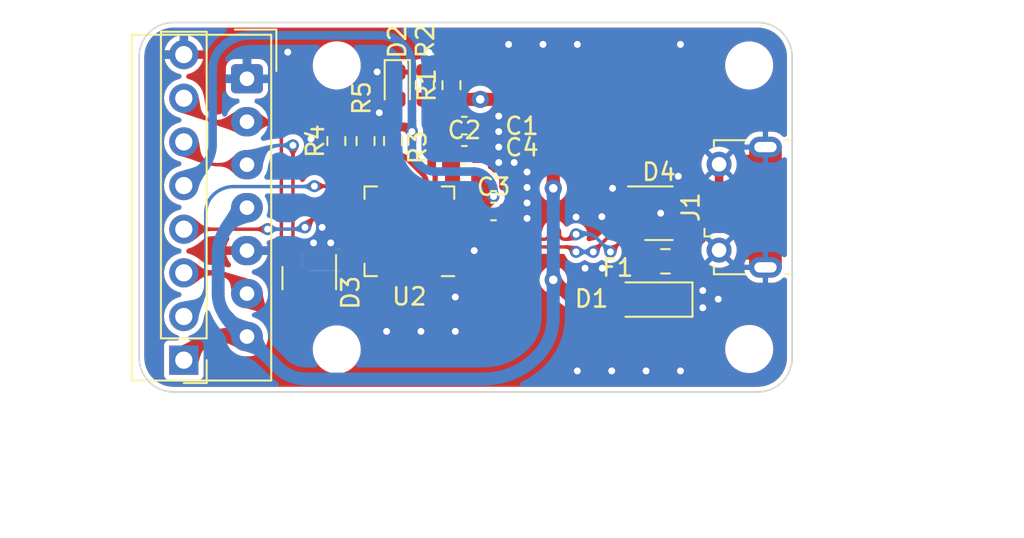
<source format=kicad_pcb>
(kicad_pcb (version 20211014) (generator pcbnew)
  (layers (0 "F.Cu" signal) (31 "B.Cu" signal) (34 "B.Paste" user) (35 "F.Paste" user) (36 "B.SilkS" user "B.Silkscreen") (37 "F.SilkS" user "F.Silkscreen") (38 "B.Mask" user) (39 "F.Mask" user) (44 "Edge.Cuts" user))
  (net 0 "")
  (net 1 "+5V")
  (net 2 "GND")
  (net 3 "VDD")
  (net 4 "/VBUS")
  (net 5 "/RSTb")
  (net 6 "/SUSPENDb")
  (net 7 "Net-(D2-Pad2)")
  (net 8 "/D+")
  (net 9 "/D-")
  (net 10 "/DTR")
  (net 11 "/RXD")
  (net 12 "/TXD")
  (net 27 "/CTS")
  (net 28 "/RTS")
  (net 31 "/VBUS_USB")
  (footprint "Connector_Molex:Molex_SPOX_5268-07A_1x07_P2.50mm_Horizontal" (layer "F.Cu") (at 87.775 75.5 -90)
    (fp_text reference "J2" hide)
    (fp_text value "Molex SPOX 5268-07A")
  )
  (footprint "Package_TO_SOT_SMD:SOT-143" (layer "F.Cu") (at 91.4 87.1 -90)
    (fp_text reference "D3")
    (fp_text value "SP0503BAHT")
  )
  (footprint "Package_DFN_QFN:QFN-28-1EP_5x5mm_P0.5mm_EP3.35x3.35mm" (layer "F.Cu") (at 97.225001 84.375 180)
    (fp_text reference "U2")
    (fp_text value "CP2102N-A02-GQFN28")
  )
  (footprint "Resistor_SMD:R_0603_1608Metric" (layer "F.Cu") (at 99.675 75.875 90)
    (fp_text reference "R1")
    (fp_text value "22k1")
  )
  (footprint "LED_SMD:LED_0603_1608Metric" (layer "F.Cu") (at 96.525 75.9 -90)
    (fp_text reference "D2")
    (fp_text value "YELLOW")
  )
  (footprint "Resistor_SMD:R_0603_1608Metric" (layer "F.Cu") (at 92.975 79.124998 90)
    (fp_text reference "R4")
    (fp_text value "1k")
  )
  (footprint "Fuse:Fuse_0805_2012Metric" (layer "F.Cu") (at 112.125 86.125 180)
    (fp_text reference "F1")
    (fp_text value "0805L075SLYR")
  )
  (footprint "Resistor_SMD:R_0603_1608Metric" (layer "F.Cu") (at 96.275 79.125 -90)
    (fp_text reference "R3")
    (fp_text value "1k")
  )
  (footprint "MountingHole:MountingHole_2.2mm_M2" (layer "F.Cu") (at 117 91.225)
    (fp_text reference "H3" hide)
    (fp_text value "MountingHole")
  )
  (footprint "kibuzzard-6407C165" (layer "F.Cu") (at 109.75 77.175 90)
    (fp_text reference "kibuzzard-6407C165" hide)
    (fp_text value "G***" hide)
  )
  (footprint "Capacitor_SMD:C_0603_1608Metric" (layer "F.Cu") (at 102.124999 81.524999)
    (fp_text reference "C4")
    (fp_text value "4.7uF")
  )
  (footprint "Capacitor_SMD:C_0603_1608Metric" (layer "F.Cu") (at 102.125 83.225)
    (fp_text reference "C3")
    (fp_text value "0.1uF")
  )
  (footprint "Resistor_SMD:R_0603_1608Metric" (layer "F.Cu") (at 94.675 79.125 90)
    (fp_text reference "R5")
    (fp_text value "10k")
  )
  (footprint "Connector_USB:USB_Micro-B_Molex-105017-0001" (layer "F.Cu") (at 116.71 82.975 90)
    (fp_text reference "J1")
    (fp_text value "USB_B_Micro")
  )
  (footprint "Connector_PinHeader_2.54mm:PinHeader_1x08_P2.54mm_Vertical" (layer "F.Cu") (at 84.1 91.875 180)
    (fp_text reference "J3" hide)
    (fp_text value "Pin headers 1.54mm 01x08")
  )
  (footprint "Resistor_SMD:R_0603_1608Metric" (layer "F.Cu") (at 98.125 75.875 90)
    (fp_text reference "R2")
    (fp_text value "47k5")
  )
  (footprint "Capacitor_SMD:C_0603_1608Metric" (layer "F.Cu") (at 100.425 78.225002)
    (fp_text reference "C1")
    (fp_text value "4.7uF")
  )
  (footprint "MountingHole:MountingHole_2.2mm_M2" (layer "F.Cu") (at 93 74.725)
    (fp_text reference "H1" hide)
    (fp_text value "MountingHole")
  )
  (footprint "Diode_SMD:D_SOD-123" (layer "F.Cu") (at 111.45 88.35 180)
    (fp_text reference "D1")
    (fp_text value "SMF5.0CA")
  )
  (footprint "Capacitor_SMD:C_0603_1608Metric" (layer "F.Cu") (at 100.425 79.925)
    (fp_text reference "C2")
    (fp_text value "0.1uF")
  )
  (footprint "MountingHole:MountingHole_2.2mm_M2" (layer "F.Cu") (at 117 74.725)
    (fp_text reference "H2" hide)
    (fp_text value "MountingHole")
  )
  (footprint "MountingHole:MountingHole_2.2mm_M2" (layer "F.Cu") (at 93 91.25)
    (fp_text reference "H4" hide)
    (fp_text value "MountingHole")
  )
  (footprint "Package_TO_SOT_SMD:SOT-23-5" (layer "F.Cu") (at 111.75 83.325)
    (fp_text reference "D4")
    (fp_text value "ESD314")
  )
  (footprint "kibuzzard-6407C140" (layer "B.Cu") (at 94 83 -90)
    (fp_text reference "kibuzzard-6407C140" hide)
    (fp_text value "G***" hide)
  )
  (gr_arc (start 81.5 74.225) (mid 82.085787 72.810787) (end 83.5 72.225) (layer "Edge.Cuts") (width 0.1))
  (gr_line (start 81.5 91.725) (end 81.5 74.225) (layer "Edge.Cuts") (width 0.1))
  (gr_line (start 117.5 93.725) (end 83.5 93.725) (layer "Edge.Cuts") (width 0.1))
  (gr_line (start 83.5 72.225) (end 117.5 72.225) (layer "Edge.Cuts") (width 0.1))
  (gr_line (start 119.5 91.725) (end 119.5 74.225) (layer "Edge.Cuts") (width 0.1))
  (gr_arc (start 119.5 91.725) (mid 118.914213 93.139213) (end 117.5 93.725) (layer "Edge.Cuts") (width 0.1))
  (gr_arc (start 117.5 72.225) (mid 118.914213 72.810787) (end 119.5 74.225) (layer "Edge.Cuts") (width 0.1))
  (gr_arc (start 83.5 93.725) (mid 82.085787 93.139213) (end 81.5 91.725) (layer "Edge.Cuts") (width 0.1))
  (segment (start 87.775 90.5) (end 86.277521 90.5) (width 0.75) (layer "F.Cu") (net 1))
  (segment (start 103.636827 76.7) (end 101.35 76.7) (width 0.75) (layer "F.Cu") (net 1))
  (segment (start 101.35 76.7) (end 99.675 76.7) (width 0.75) (layer "F.Cu") (net 1))
  (segment (start 84.907533 91.067467) (end 84.1 91.875) (width 0.75) (layer "F.Cu") (net 1))
  (segment (start 109.8 88.35) (end 107.305783 88.35) (width 0.75) (layer "F.Cu") (net 1))
  (segment (start 105.6 87.2) (end 106.357002 87.957002) (width 0.75) (layer "F.Cu") (net 1))
  (segment (start 105.6 81.875) (end 105.6 78.663172) (width 0.75) (layer "F.Cu") (net 1))
  (segment (start 109.8 88.35) (end 110.891399 87.2586) (width 0.75) (layer "F.Cu") (net 1))
  (segment (start 111.1875 86.54375) (end 111.1875 86.125) (width 0.75) (layer "F.Cu") (net 1))
  (via (at 105.6 81.875) (size 1) (drill 0.5) (layers "F.Cu" "B.Cu") (net 1))
  (via (at 101.35 76.7) (size 1) (drill 0.5) (layers "F.Cu" "B.Cu") (net 1))
  (via (at 105.6 87.2) (size 1) (drill 0.5) (layers "F.Cu" "B.Cu") (net 1))
  (arc (start 111.1875 86.54375) (mid 111.110545 86.930624) (end 110.891399 87.2586) (width 0.75) (layer "F.Cu") (net 1))
  (arc (start 105.025 77.275) (mid 105.450562 77.911898) (end 105.6 78.663172) (width 0.75) (layer "F.Cu") (net 1))
  (arc (start 86.277521 90.5) (mid 85.536089 90.64748) (end 84.907533 91.067467) (width 0.75) (layer "F.Cu") (net 1))
  (arc (start 105.025 77.275) (mid 104.3881 76.849437) (end 103.636827 76.7) (width 0.75) (layer "F.Cu") (net 1))
  (arc (start 106.357002 87.957002) (mid 106.792306 88.247863) (end 107.305783 88.35) (width 0.75) (layer "F.Cu") (net 1))
  (segment (start 87.775 90.5) (end 89.564203 92.289203) (width 0.75) (layer "B.Cu") (net 1))
  (segment (start 105.6 81.875) (end 105.6 87.2) (width 0.75) (layer "B.Cu") (net 1))
  (segment (start 105.6 89.358105) (end 105.6 87.2) (width 0.75) (layer "B.Cu") (net 1))
  (segment (start 86.795606 83.979394) (end 87.775 83) (width 0.75) (layer "B.Cu") (net 1))
  (segment (start 86.1 88.035466) (end 86.1 85.658735) (width 0.75) (layer "B.Cu") (net 1))
  (segment (start 91.219866 92.975001) (end 101.534903 92.975001) (width 0.75) (layer "B.Cu") (net 1))
  (segment (start 87.775 90.5) (end 86.658285 89.383285) (width 0.75) (layer "B.Cu") (net 1))
  (arc (start 86.658285 89.383285) (mid 86.245094 88.7649) (end 86.1 88.035466) (width 0.75) (layer "B.Cu") (net 1))
  (arc (start 86.795606 83.979394) (mid 86.280782 84.749882) (end 86.1 85.658735) (width 0.75) (layer "B.Cu") (net 1))
  (arc (start 89.564203 92.289203) (mid 90.323828 92.796768) (end 91.219866 92.975001) (width 0.75) (layer "B.Cu") (net 1))
  (arc (start 104.63346 91.69154) (mid 103.211834 92.641438) (end 101.534903 92.975001) (width 0.75) (layer "B.Cu") (net 1))
  (arc (start 104.63346 91.69154) (mid 105.348805 90.620951) (end 105.6 89.358105) (width 0.75) (layer "B.Cu") (net 1))
  (segment (start 111.85 83.325) (end 110.6125 83.325) (width 0.5) (layer "F.Cu") (net 2))
  (segment (start 99.675001 84.875) (end 99.960786 84.875) (width 0.2) (layer "F.Cu") (net 2))
  (segment (start 115.2475 81.675) (end 115.2475 80.475) (width 0.5) (layer "F.Cu") (net 2))
  (segment (start 100.025 84.875) (end 99.675001 84.875) (width 0.3) (layer "F.Cu") (net 2))
  (segment (start 117.9475 81.975) (end 117.9475 80.075) (width 0.75) (layer "F.Cu") (net 2))
  (segment (start 95.475 77.5) (end 94.675 78.3) (width 0.75) (layer "F.Cu") (net 2))
  (segment (start 98.125 75.05) (end 98.1375 75.05) (width 0.5) (layer "F.Cu") (net 2))
  (segment (start 117.9475 83.975) (end 117.9475 85.875) (width 0.75) (layer "F.Cu") (net 2))
  (segment (start 99.675001 84.875) (end 98.078554 84.875) (width 0.3) (layer "F.Cu") (net 2))
  (segment (start 100.667893 85.167893) (end 101 85.5) (width 0.2) (layer "F.Cu") (net 2))
  (segment (start 97.475001 84.625) (end 97.225001 84.375) (width 0.3) (layer "F.Cu") (net 2))
  (segment (start 95.475 77.475) (end 95.475 77.5) (width 0.75) (layer "F.Cu") (net 2))
  (segment (start 117.9475 81.975) (end 117.9475 83.975) (width 0.75) (layer "F.Cu") (net 2))
  (via (at 109 92.5) (size 0.7) (drill 0.4) (layers "F.Cu" "B.Cu") (net 2))
  (via (at 102.425001 78.575) (size 0.7) (drill 0.4) (layers "F.Cu" "B.Cu") (net 2))
  (via (at 101 85.5) (size 0.7) (drill 0.4) (layers "F.Cu" "B.Cu") (net 2))
  (via (at 113 92.5) (size 0.7) (drill 0.4) (layers "F.Cu" "B.Cu") (net 2))
  (via (at 104.075 81.825) (size 0.7) (drill 0.4) (layers "F.Cu" "B.Cu") (net 2))
  (via (at 114.3 87.825) (size 0.7) (drill 0.4) (layers "F.Cu" "B.Cu") (net 2))
  (via (at 106.925 83.55) (size 0.7) (drill 0.4) (layers "F.Cu" "B.Cu") (net 2))
  (via (at 91.65 85.05) (size 0.7) (drill 0.4) (layers "F.Cu" "B.Cu") (net 2))
  (via (at 109.05 81.875) (size 0.7) (drill 0.4) (layers "F.Cu" "B.Cu") (net 2))
  (via (at 107.45 86.525) (size 0.7) (drill 0.4) (layers "F.Cu" "B.Cu") (net 2))
  (via (at 107 73.5) (size 0.7) (drill 0.4) (layers "F.Cu" "B.Cu") (net 2))
  (via (at 99.9 90.200001) (size 0.7) (drill 0.4) (layers "F.Cu" "B.Cu") (net 2))
  (via (at 115.2 88.325) (size 0.7) (drill 0.4) (layers "F.Cu" "B.Cu") (net 2))
  (via (at 108.425 83.525) (size 0.7) (drill 0.4) (layers "F.Cu" "B.Cu") (net 2))
  (via (at 104.075 83.625) (size 0.7) (drill 0.4) (layers "F.Cu" "B.Cu") (net 2))
  (via (at 98.375 73.975) (size 0.7) (drill 0.4) (layers "F.Cu" "B.Cu") (net 2))
  (via (at 97.9 90.2) (size 0.7) (drill 0.4) (layers "F.Cu" "B.Cu") (net 2))
  (via (at 111 92.5) (size 0.7) (drill 0.4) (layers "F.Cu" "B.Cu") (net 2))
  (via (at 103.325 80.375) (size 0.7) (drill 0.4) (layers "F.Cu" "B.Cu") (net 2))
  (via (at 104.075 80.925) (size 0.7) (drill 0.4) (layers "F.Cu" "B.Cu") (net 2))
  (via (at 99.9 88.2) (size 0.7) (drill 0.4) (layers "F.Cu" "B.Cu") (net 2))
  (via (at 108.45 86.525) (size 0.7) (drill 0.4) (layers "F.Cu" "B.Cu") (net 2))
  (via (at 105 73.5) (size 0.7) (drill 0.4) (layers "F.Cu" "B.Cu") (net 2))
  (via (at 102.425001 79.475) (size 0.7) (drill 0.4) (layers "F.Cu" "B.Cu") (net 2))
  (via (at 90.15 73.95) (size 0.7) (drill 0.4) (layers "F.Cu" "B.Cu") (net 2))
  (via (at 107 92.5) (size 0.7) (drill 0.4) (layers "F.Cu" "B.Cu") (net 2))
  (via (at 112.875 81.175) (size 0.7) (drill 0.4) (layers "F.Cu" "B.Cu") (net 2))
  (via (at 104.075 82.725) (size 0.7) (drill 0.4) (layers "F.Cu" "B.Cu") (net 2))
  (via (at 113 73.5) (size 0.7) (drill 0.4) (layers "F.Cu" "B.Cu") (net 2))
  (via (at 95.475 77.475) (size 0.7) (drill 0.4) (layers "F.Cu" "B.Cu") (net 2))
  (via (at 92.65 85.05) (size 0.7) (drill 0.4) (layers "F.Cu" "B.Cu") (net 2))
  (via (at 111.85 83.325) (size 0.7) (drill 0.4) (layers "F.Cu" "B.Cu") (net 2))
  (via (at 114.3 88.825) (size 0.7) (drill 0.4) (layers "F.Cu" "B.Cu") (net 2))
  (via (at 91.5 79) (size 0.7) (drill 0.4) (layers "F.Cu" "B.Cu") (net 2))
  (via (at 95.35 75.1) (size 0.7) (drill 0.4) (layers "F.Cu" "B.Cu") (net 2))
  (via (at 92.15 84.15) (size 0.7) (drill 0.4) (layers "F.Cu" "B.Cu") (net 2))
  (via (at 102.425 80.375) (size 0.7) (drill 0.4) (layers "F.Cu" "B.Cu") (net 2))
  (via (at 103 73.5) (size 0.7) (drill 0.4) (layers "F.Cu" "B.Cu") (net 2))
  (via (at 102.425 77.674999) (size 0.7) (drill 0.4) (layers "F.Cu" "B.Cu") (net 2))
  (via (at 95.9 90.2) (size 0.7) (drill 0.4) (layers "F.Cu" "B.Cu") (net 2))
  (arc (start 99.960786 84.875) (mid 100.343469 84.95112) (end 100.667893 85.167893) (width 0.2) (layer "F.Cu") (net 2))
  (arc (start 97.475001 84.625) (mid 97.751913 84.810027) (end 98.078554 84.875) (width 0.3) (layer "F.Cu") (net 2))
  (segment (start 101.425 83.15) (end 101.275 83.3) (width 0.5) (layer "F.Cu") (net 3))
  (segment (start 96.905545 78.3) (end 96.275 78.3) (width 0.5) (layer "F.Cu") (net 3))
  (segment (start 102.089644 82.485355) (end 101.425 83.15) (width 0.5) (layer "F.Cu") (net 3))
  (segment (start 102.125 82.4) (end 102.125 82.35) (width 0.5) (layer "F.Cu") (net 3))
  (segment (start 97.2375 78.4375) (end 97.375 78.575) (width 0.5) (layer "F.Cu") (net 3))
  (segment (start 101.093933 83.375) (end 99.675001 83.375) (width 0.3) (layer "F.Cu") (net 3))
  (segment (start 102.125 82.325) (end 102.125 82.35) (width 0.5) (layer "F.Cu") (net 3))
  (segment (start 102.107322 82.282322) (end 101.349999 81.524999) (width 0.5) (layer "F.Cu") (net 3))
  (via (at 97.375 78.575) (size 0.7) (drill 0.4) (layers "F.Cu" "B.Cu") (net 3))
  (via (at 102.125 82.35) (size 0.7) (drill 0.4) (layers "F.Cu" "B.Cu") (net 3))
  (arc (start 97.2375 78.4375) (mid 97.085197 78.335735) (end 96.905545 78.3) (width 0.5) (layer "F.Cu") (net 3))
  (arc (start 102.125 82.4) (mid 102.115811 82.446193) (end 102.089644 82.485355) (width 0.5) (layer "F.Cu") (net 3))
  (arc (start 102.107322 82.282322) (mid 102.120405 82.301902) (end 102.125 82.325) (width 0.5) (layer "F.Cu") (net 3))
  (arc (start 101.275 83.3) (mid 101.191925 83.355508) (end 101.093933 83.375) (width 0.3) (layer "F.Cu") (net 3))
  (segment (start 97.375 78.575) (end 97.375 74.77904) (width 0.5) (layer "B.Cu") (net 3))
  (segment (start 85.775 74.96996) (end 85.775 79.353961) (width 0.5) (layer "B.Cu") (net 3))
  (segment (start 101.832107 81.332107) (end 101.692893 81.192893) (width 0.5) (layer "B.Cu") (net 3))
  (segment (start 85.289897 80.525103) (end 84.1 81.715) (width 0.5) (layer "B.Cu") (net 3))
  (segment (start 97.375 79.518439) (end 97.375 78.575) (width 0.5) (layer "B.Cu") (net 3))
  (segment (start 102.125 82.35) (end 102.125 82.039214) (width 0.5) (layer "B.Cu") (net 3))
  (segment (start 100.985786 80.9) (end 98.747601 80.9) (width 0.5) (layer "B.Cu") (net 3))
  (segment (start 95.508778 72.975) (end 87.96248 72.975) (width 0.5) (layer "B.Cu") (net 3))
  (segment (start 97.812752 80.512752) (end 97.76855 80.46855) (width 0.5) (layer "B.Cu") (net 3))
  (arc (start 85.775 79.353961) (mid 85.648926 79.987778) (end 85.289897 80.525103) (width 0.5) (layer "B.Cu") (net 3))
  (arc (start 101.692893 81.192893) (mid 101.36847 80.97612) (end 100.985786 80.9) (width 0.5) (layer "B.Cu") (net 3))
  (arc (start 97.812752 80.512752) (mid 98.241685 80.799367) (end 98.747601 80.9) (width 0.5) (layer "B.Cu") (net 3))
  (arc (start 97.76855 80.46855) (mid 97.47728 80.032636) (end 97.375 79.518439) (width 0.5) (layer "B.Cu") (net 3))
  (arc (start 86.319444 73.655556) (mid 85.916496 74.25861) (end 85.775 74.96996) (width 0.5) (layer "B.Cu") (net 3))
  (arc (start 96.859478 73.534478) (mid 96.239772 73.120404) (end 95.508778 72.975) (width 0.5) (layer "B.Cu") (net 3))
  (arc (start 87.96248 72.975) (mid 87.073264 73.151876) (end 86.319444 73.655556) (width 0.5) (layer "B.Cu") (net 3))
  (arc (start 96.859478 73.534478) (mid 97.241024 74.105496) (end 97.375 74.77904) (width 0.5) (layer "B.Cu") (net 3))
  (arc (start 102.125 82.039214) (mid 102.04888 81.656531) (end 101.832107 81.332107) (width 0.5) (layer "B.Cu") (net 3))
  (segment (start 98.525 80.6) (end 98.525 80.683577) (width 0.3) (layer "F.Cu") (net 4))
  (segment (start 98.525 80.15) (end 98.525 77.807842) (width 0.5) (layer "F.Cu") (net 4))
  (segment (start 98.725001 81.166423) (end 98.725001 81.925) (width 0.3) (layer "F.Cu") (net 4))
  (segment (start 98.124999 76.65) (end 98.125 76.75) (width 0.5) (layer "F.Cu") (net 4))
  (segment (start 98.525 80.15) (end 98.525 80.6) (width 0.5) (layer "F.Cu") (net 4))
  (segment (start 98.125 76.9125) (end 98.125 76.75) (width 0.5) (layer "F.Cu") (net 4))
  (segment (start 98.160354 76.564644) (end 99.674999 75.05) (width 0.5) (layer "F.Cu") (net 4))
  (segment (start 98.27526 77.275261) (end 98.325 77.325) (width 0.5) (layer "F.Cu") (net 4))
  (arc (start 98.525 80.683577) (mid 98.550989 80.814234) (end 98.625 80.925) (width 0.3) (layer "F.Cu") (net 4))
  (arc (start 98.325 77.325) (mid 98.473021 77.546529) (end 98.525 77.807842) (width 0.5) (layer "F.Cu") (net 4))
  (arc (start 98.160354 76.564644) (mid 98.134187 76.603805) (end 98.124999 76.65) (width 0.5) (layer "F.Cu") (net 4))
  (arc (start 98.125 76.9125) (mid 98.164051 77.108825) (end 98.27526 77.275261) (width 0.5) (layer "F.Cu") (net 4))
  (arc (start 98.625 80.925) (mid 98.699011 81.035765) (end 98.725001 81.166423) (width 0.3) (layer "F.Cu") (net 4))
  (segment (start 98.225001 81.6) (end 98.225001 81.925) (width 0.3) (layer "F.Cu") (net 5))
  (segment (start 97.995191 81.045191) (end 97.12097 80.17097) (width 0.3) (layer "F.Cu") (net 5))
  (segment (start 96.5875 79.95) (end 96.275 79.95) (width 0.3) (layer "F.Cu") (net 5))
  (arc (start 97.995191 81.045191) (mid 98.165275 81.299739) (end 98.225001 81.6) (width 0.3) (layer "F.Cu") (net 5))
  (arc (start 97.12097 80.17097) (mid 96.876212 80.007428) (end 96.5875 79.95) (width 0.3) (layer "F.Cu") (net 5))
  (segment (start 96.542156 80.875) (end 95.613908 80.875) (width 0.3) (layer "F.Cu") (net 6))
  (segment (start 97.225001 81.557844) (end 97.225001 81.925) (width 0.3) (layer "F.Cu") (net 6))
  (segment (start 94.674998 79.95) (end 92.975003 79.95) (width 0.5) (layer "F.Cu") (net 6))
  (segment (start 94.675 79.950001) (end 94.675 80.1375) (width 0.3) (layer "F.Cu") (net 6))
  (segment (start 94.95 80.6) (end 94.807582 80.457582) (width 0.3) (layer "F.Cu") (net 6))
  (arc (start 94.674998 79.95) (mid 94.674999 79.95) (end 94.675 79.95) (width 0.5) (layer "F.Cu") (net 6))
  (arc (start 94.675 80.1375) (mid 94.709456 80.310727) (end 94.807582 80.457582) (width 0.3) (layer "F.Cu") (net 6))
  (arc (start 94.675 79.95) (mid 94.675 79.95) (end 94.675 79.950001) (width 0.3) (layer "F.Cu") (net 6))
  (arc (start 97.025 81.075) (mid 96.803469 80.926978) (end 96.542156 80.875) (width 0.3) (layer "F.Cu") (net 6))
  (arc (start 94.675 79.950001) (mid 94.674999 79.95) (end 94.674998 79.95) (width 0.3) (layer "F.Cu") (net 6))
  (arc (start 97.025 81.075) (mid 97.173022 81.29653) (end 97.225001 81.557844) (width 0.3) (layer "F.Cu") (net 6))
  (arc (start 92.975 79.949998) (mid 92.975001 79.949999) (end 92.975003 79.95) (width 0.5) (layer "F.Cu") (net 6))
  (arc (start 94.95 80.6) (mid 95.254603 80.803529) (end 95.613908 80.875) (width 0.3) (layer "F.Cu") (net 6))
  (segment (start 93.902487 77.37251) (end 92.975 78.299998) (width 0.3) (layer "F.Cu") (net 7))
  (segment (start 95.556249 76.6875) (end 96.525 76.6875) (width 0.3) (layer "F.Cu") (net 7))
  (arc (start 95.556249 76.6875) (mid 94.661239 76.865528) (end 93.902487 77.37251) (width 0.3) (layer "F.Cu") (net 7))
  (segment (start 112.8875 82.375) (end 113.2 82.6875) (width 0.3) (layer "F.Cu") (net 8))
  (segment (start 100.263956 84.375) (end 99.675001 84.375) (width 0.2) (layer "F.Cu") (net 8))
  (segment (start 113.954441 83) (end 115.2475 83) (width 0.3) (layer "F.Cu") (net 8))
  (segment (start 101.612176 84.830376) (end 101.536214 84.754414) (width 0.2) (layer "F.Cu") (net 8))
  (segment (start 110.025 82.375) (end 110.6125 82.375) (width 0.2) (layer "F.Cu") (net 8))
  (segment (start 106.347552 85.287501) (end 102.715774 85.287501) (width 0.2) (layer "F.Cu") (net 8))
  (segment (start 100.469135 84.469135) (end 100.453556 84.453551) (width 0.2) (layer "F.Cu") (net 8))
  (segment (start 110.24375 82.375) (end 110.157842 82.375) (width 0.2) (layer "F.Cu") (net 8))
  (segment (start 100.982359 84.525) (end 100.604056 84.525) (width 0.2) (layer "F.Cu") (net 8))
  (segment (start 109.605026 82.794974) (end 110.025 82.375) (width 0.2) (layer "F.Cu") (net 8))
  (segment (start 110.98125 82.375) (end 110.24375 82.375) (width 0.3) (layer "F.Cu") (net 8))
  (segment (start 112.8875 82.375) (end 110.6125 82.375) (width 0.2) (layer "F.Cu") (net 8))
  (segment (start 107.925 85.575) (end 109.194975 84.305025) (width 0.2) (layer "F.Cu") (net 8))
  (segment (start 109.4 83.810051) (end 109.4 83.289949) (width 0.2) (layer "F.Cu") (net 8))
  (segment (start 106.925 85.575) (end 106.842526 85.492526) (width 0.2) (layer "F.Cu") (net 8))
  (via (at 107.925 85.575) (size 0.7) (drill 0.4) (layers "F.Cu" "B.Cu") (net 8))
  (via (at 106.925 85.575) (size 0.7) (drill 0.4) (layers "F.Cu" "B.Cu") (net 8))
  (arc (start 102.715774 85.287501) (mid 102.118511 85.168698) (end 101.612176 84.830376) (width 0.2) (layer "F.Cu") (net 8))
  (arc (start 109.194975 84.305025) (mid 109.346715 84.077929) (end 109.4 83.810051) (width 0.2) (layer "F.Cu") (net 8))
  (arc (start 100.604056 84.525) (mid 100.531041 84.510481) (end 100.469135 84.469135) (width 0.2) (layer "F.Cu") (net 8))
  (arc (start 100.263956 84.375) (mid 100.36657 84.395415) (end 100.453556 84.453551) (width 0.2) (layer "F.Cu") (net 8))
  (arc (start 100.982359 84.525) (mid 101.282103 84.584623) (end 101.536214 84.754414) (width 0.2) (layer "F.Cu") (net 8))
  (arc (start 109.605026 82.794974) (mid 109.453285 83.02207) (end 109.4 83.289949) (width 0.2) (layer "F.Cu") (net 8))
  (arc (start 113.2 82.6875) (mid 113.54614 82.918783) (end 113.954441 83) (width 0.3) (layer "F.Cu") (net 8))
  (arc (start 106.842526 85.492526) (mid 106.61543 85.340786) (end 106.347552 85.287501) (width 0.2) (layer "F.Cu") (net 8))
  (segment (start 107.925 85.575) (end 106.925 85.575) (width 0.2) (layer "B.Cu") (net 8))
  (segment (start 110.6125 84.275) (end 110.225 84.275) (width 0.2) (layer "F.Cu") (net 9))
  (segment (start 112.8875 84.275) (end 110.6125 84.275) (width 0.2) (layer "F.Cu") (net 9))
  (segment (start 101.979023 84.560823) (end 101.850522 84.432322) (width 0.2) (layer "F.Cu") (net 9))
  (segment (start 113.954441 83.65) (end 115.2475 83.65) (width 0.3) (layer "F.Cu") (net 9))
  (segment (start 105.962501 84.537499) (end 105.962501 84.415992) (width 0.2) (layer "F.Cu") (net 9))
  (segment (start 105.062501 84.837499) (end 105.012501 84.837499) (width 0.2) (layer "F.Cu") (net 9))
  (segment (start 106.347552 84.837499) (end 106.262501 84.837499) (width 0.2) (layer "F.Cu") (net 9))
  (segment (start 100.577111 83.977111) (end 100.556514 83.956514) (width 0.2) (layer "F.Cu") (net 9))
  (segment (start 100.987869 84.075) (end 100.813435 84.075) (width 0.2) (layer "F.Cu") (net 9))
  (segment (start 113.2 83.9625) (end 112.8875 84.275) (width 0.3) (layer "F.Cu") (net 9))
  (segment (start 105.362501 84.415992) (end 105.362501 84.537499) (width 0.2) (layer "F.Cu") (net 9))
  (segment (start 106.925 84.55) (end 106.842526 84.632474) (width 0.2) (layer "F.Cu") (net 9))
  (segment (start 110.225 84.275) (end 108.925 85.575) (width 0.2) (layer "F.Cu") (net 9))
  (segment (start 105.012501 84.837499) (end 102.646978 84.837499) (width 0.2) (layer "F.Cu") (net 9))
  (segment (start 100.359721 83.875) (end 99.675001 83.875) (width 0.2) (layer "F.Cu") (net 9))
  (via (at 108.925 85.575) (size 0.7) (drill 0.4) (layers "F.Cu" "B.Cu") (net 9))
  (via (at 106.925 84.55) (size 0.7) (drill 0.4) (layers "F.Cu" "B.Cu") (net 9))
  (arc (start 106.842526 84.632474) (mid 106.61543 84.784214) (end 106.347552 84.837499) (width 0.2) (layer "F.Cu") (net 9))
  (arc (start 105.662501 84.115992) (mid 105.450369 84.20386) (end 105.362501 84.415992) (width 0.2) (layer "F.Cu") (net 9))
  (arc (start 100.813435 84.075) (mid 100.685537 84.049559) (end 100.577111 83.977111) (width 0.2) (layer "F.Cu") (net 9))
  (arc (start 101.850522 84.432322) (mid 101.454733 84.167865) (end 100.987869 84.075) (width 0.2) (layer "F.Cu") (net 9))
  (arc (start 105.962501 84.415992) (mid 105.874633 84.20386) (end 105.662501 84.115992) (width 0.2) (layer "F.Cu") (net 9))
  (arc (start 106.262501 84.837499) (mid 106.050369 84.749631) (end 105.962501 84.537499) (width 0.2) (layer "F.Cu") (net 9))
  (arc (start 113.954441 83.65) (mid 113.54614 83.731216) (end 113.2 83.9625) (width 0.3) (layer "F.Cu") (net 9))
  (arc (start 105.362501 84.537499) (mid 105.274633 84.749631) (end 105.062501 84.837499) (width 0.2) (layer "F.Cu") (net 9))
  (arc (start 100.556514 83.956514) (mid 100.466224 83.896185) (end 100.359721 83.875) (width 0.2) (layer "F.Cu") (net 9))
  (arc (start 102.646978 84.837499) (mid 102.285483 84.765593) (end 101.979023 84.560823) (width 0.2) (layer "F.Cu") (net 9))
  (segment (start 107.610051 84.55) (end 106.925 84.55) (width 0.2) (layer "B.Cu") (net 9))
  (segment (start 108.925 85.575) (end 108.105025 84.755025) (width 0.2) (layer "B.Cu") (net 9))
  (arc (start 108.105025 84.755025) (mid 107.877929 84.603285) (end 107.610051 84.55) (width 0.2) (layer "B.Cu") (net 9))
  (segment (start 98.252166 88.647834) (end 98.174693 88.725307) (width 0.2) (layer "F.Cu") (net 10))
  (segment (start 92.35 88.1) (end 91.75 88.7) (width 0.2) (layer "F.Cu") (net 10))
  (segment (start 94.097371 88.797371) (end 93.641408 88.341408) (width 0.2) (layer "F.Cu") (net 10))
  (segment (start 87.053179 87.278179) (end 87.775 88) (width 0.3) (layer "F.Cu") (net 10))
  (segment (start 98.725001 86.825) (end 98.725001 87.506308) (width 0.2) (layer "F.Cu") (net 10))
  (segment (start 97.028681 89.2) (end 95.069405 89.2) (width 0.2) (layer "F.Cu") (net 10))
  (segment (start 88.775607 88.875607) (end 87.9 88) (width 0.2) (layer "F.Cu") (net 10))
  (segment (start 93.058598 88.1) (end 92.35 88.1) (width 0.2) (layer "F.Cu") (net 10))
  (segment (start 84.1 86.795) (end 85.886681 86.795) (width 0.3) (layer "F.Cu") (net 10))
  (segment (start 90.301471 89.3) (end 89.800182 89.3) (width 0.2) (layer "F.Cu") (net 10))
  (segment (start 87.9 88) (end 87.775 88) (width 0.2) (layer "F.Cu") (net 10))
  (arc (start 85.886681 86.795) (mid 86.517985 86.920574) (end 87.053179 87.278179) (width 0.3) (layer "F.Cu") (net 10))
  (arc (start 95.069405 89.2) (mid 94.543344 89.09536) (end 94.097371 88.797371) (width 0.2) (layer "F.Cu") (net 10))
  (arc (start 91.75 88.7) (mid 91.085409 89.144065) (end 90.301471 89.3) (width 0.2) (layer "F.Cu") (net 10))
  (arc (start 93.641408 88.341408) (mid 93.374012 88.16274) (end 93.058598 88.1) (width 0.2) (layer "F.Cu") (net 10))
  (arc (start 97.028681 89.2) (mid 97.648898 89.076631) (end 98.174693 88.725307) (width 0.2) (layer "F.Cu") (net 10))
  (arc (start 89.800182 89.3) (mid 89.245686 89.189704) (end 88.775607 88.875607) (width 0.2) (layer "F.Cu") (net 10))
  (arc (start 98.725001 87.506308) (mid 98.602115 88.124097) (end 98.252166 88.647834) (width 0.2) (layer "F.Cu") (net 10))
  (segment (start 90.45 86.1) (end 90.45 79.375) (width 0.2) (layer "F.Cu") (net 11))
  (segment (start 87.775 80.5) (end 86.066234 80.5) (width 0.2) (layer "F.Cu") (net 11))
  (segment (start 90.847215 86.497215) (end 90.45 86.1) (width 0.2) (layer "F.Cu") (net 11))
  (segment (start 94.590756 88.160796) (end 93.765644 87.335684) (width 0.2) (layer "F.Cu") (net 11))
  (segment (start 96.290053 88.4) (end 95.168245 88.4) (width 0.2) (layer "F.Cu") (net 11))
  (segment (start 92.713809 86.9) (end 91.819625 86.9) (width 0.2) (layer "F.Cu") (net 11))
  (segment (start 97.225001 86.825) (end 97.225001 87.542461) (width 0.2) (layer "F.Cu") (net 11))
  (segment (start 84.97158 80.04658) (end 84.1 79.175) (width 0.2) (layer "F.Cu") (net 11))
  (via (at 90.45 79.375) (size 0.7) (drill 0.4) (layers "F.Cu" "B.Cu") (net 11))
  (arc (start 97.225001 87.542461) (mid 97.16389 87.849687) (end 96.98986 88.11014) (width 0.2) (layer "F.Cu") (net 11))
  (arc (start 86.066234 80.5) (mid 85.473812 80.38216) (end 84.97158 80.04658) (width 0.2) (layer "F.Cu") (net 11))
  (arc (start 96.98986 88.11014) (mid 96.668794 88.324664) (end 96.290053 88.4) (width 0.2) (layer "F.Cu") (net 11))
  (arc (start 93.765644 87.335684) (mid 93.283058 87.01323) (end 92.713809 86.9) (width 0.2) (layer "F.Cu") (net 11))
  (arc (start 95.168245 88.4) (mid 94.85571 88.337833) (end 94.590756 88.160796) (width 0.2) (layer "F.Cu") (net 11))
  (arc (start 90.847215 86.497215) (mid 91.293361 86.79532) (end 91.819625 86.9) (width 0.2) (layer "F.Cu") (net 11))
  (segment (start 90.45 79.375) (end 89.702273 79.375) (width 0.2) (layer "B.Cu") (net 11))
  (segment (start 88.802162 79.747838) (end 88.05 80.5) (width 0.2) (layer "B.Cu") (net 11))
  (segment (start 88.05 80.5) (end 87.775 80.5) (width 0.2) (layer "B.Cu") (net 11))
  (arc (start 89.702273 79.375) (mid 89.215136 79.471897) (end 88.802162 79.747838) (width 0.2) (layer "B.Cu") (net 11))
  (segment (start 93.574452 87.709472) (end 94.337302 88.472317) (width 0.2) (layer "F.Cu") (net 12))
  (segment (start 84.958989 77.493989) (end 84.1 76.635) (width 0.2) (layer "F.Cu") (net 12))
  (segment (start 87.775 78) (end 86.180608 78) (width 0.2) (layer "F.Cu") (net 12))
  (segment (start 88.544367 78) (end 87.775 78) (width 0.2) (layer "F.Cu") (net 12))
  (segment (start 90.45 88.1) (end 90.4 88.1) (width 0.2) (layer "F.Cu") (net 12))
  (segment (start 91.75461 87.3) (end 92.585896 87.3) (width 0.2) (layer "F.Cu") (net 12))
  (segment (start 84.1 76.635) (end 84.1325 76.6675) (width 0.2) (layer "F.Cu") (net 12))
  (segment (start 89.775 87.129959) (end 89.775 79.073837) (width 0.2) (layer "F.Cu") (net 12))
  (segment (start 90.45 88.1) (end 90.893188 87.656812) (width 0.2) (layer "F.Cu") (net 12))
  (segment (start 90.4 88.1) (end 90.018981 87.718981) (width 0.2) (layer "F.Cu") (net 12))
  (segment (start 95.128407 88.8) (end 96.263284 88.8) (width 0.2) (layer "F.Cu") (net 12))
  (segment (start 97.725001 87.445027) (end 97.725001 86.825) (width 0.2) (layer "F.Cu") (net 12))
  (arc (start 89.492981 78.392981) (mid 89.057704 78.102108) (end 88.544367 78) (width 0.2) (layer "F.Cu") (net 12))
  (arc (start 84.1325 76.6675) (mid 84.168498 76.691553) (end 84.210961 76.7) (width 0.2) (layer "F.Cu") (net 12))
  (arc (start 93.574452 87.709472) (mid 93.120898 87.406419) (end 92.585896 87.3) (width 0.2) (layer "F.Cu") (net 12))
  (arc (start 96.263284 88.8) (mid 96.851533 88.68299) (end 97.350226 88.349774) (width 0.2) (layer "F.Cu") (net 12))
  (arc (start 97.350226 88.349774) (mid 97.627608 87.934657) (end 97.725001 87.445027) (width 0.2) (layer "F.Cu") (net 12))
  (arc (start 94.337302 88.472317) (mid 94.700265 88.714838) (end 95.128407 88.8) (width 0.2) (layer "F.Cu") (net 12))
  (arc (start 90.893188 87.656812) (mid 91.288412 87.392732) (end 91.75461 87.3) (width 0.2) (layer "F.Cu") (net 12))
  (arc (start 89.775 87.129959) (mid 89.838409 87.448735) (end 90.018981 87.718981) (width 0.2) (layer "F.Cu") (net 12))
  (arc (start 89.775 79.073837) (mid 89.701706 78.705361) (end 89.492981 78.392981) (width 0.2) (layer "F.Cu") (net 12))
  (arc (start 84.958989 77.493989) (mid 85.519473 77.868492) (end 86.180608 78) (width 0.2) (layer "F.Cu") (net 12))
  (segment (start 95.310713 87.600008) (end 95.590931 87.6) (width 0.2) (layer "F.Cu") (net 27))
  (segment (start 93.563768 82.138768) (end 93.583388 82.158388) (width 0.2) (layer "F.Cu") (net 27))
  (segment (start 93.899996 82.922748) (end 93.899996 85.898533) (width 0.2) (layer "F.Cu") (net 27))
  (segment (start 95.590931 87.6) (end 95.832355 87.6) (width 0.2) (layer "F.Cu") (net 27))
  (segment (start 91.7 81.75) (end 92.625199 81.75) (width 0.2) (layer "F.Cu") (net 27))
  (segment (start 96.118543 87.481457) (end 96.149697 87.450303) (width 0.2) (layer "F.Cu") (net 27))
  (segment (start 96.225001 87.268503) (end 96.225001 86.825) (width 0.2) (layer "F.Cu") (net 27))
  (segment (start 94.212208 86.652288) (end 95.053316 87.493396) (width 0.2) (layer "F.Cu") (net 27))
  (via (at 91.7 81.75) (size 0.7) (drill 0.4) (layers "F.Cu" "B.Cu") (net 27))
  (arc (start 93.583388 82.158388) (mid 93.817712 82.509079) (end 93.899996 82.922748) (width 0.2) (layer "F.Cu") (net 27))
  (arc (start 96.149697 87.450303) (mid 96.20543 87.366892) (end 96.225001 87.268503) (width 0.2) (layer "F.Cu") (net 27))
  (arc (start 93.563768 82.138768) (mid 93.133149 81.851038) (end 92.625199 81.75) (width 0.2) (layer "F.Cu") (net 27))
  (arc (start 95.053316 87.493396) (mid 95.171411 87.572303) (end 95.310713 87.600008) (width 0.2) (layer "F.Cu") (net 27))
  (arc (start 95.832355 87.6) (mid 95.987239 87.569192) (end 96.118543 87.481457) (width 0.2) (layer "F.Cu") (net 27))
  (arc (start 93.899996 85.898533) (mid 93.981136 86.306462) (end 94.212208 86.652288) (width 0.2) (layer "F.Cu") (net 27))
  (segment (start 84.1 89.335) (end 84.961497 88.473503) (width 0.2) (layer "B.Cu") (net 27))
  (segment (start 91.675 81.775) (end 91.7 81.75) (width 0.2) (layer "B.Cu") (net 27))
  (segment (start 85.375 87.475217) (end 85.375 86.725) (width 0.2) (layer "B.Cu") (net 27))
  (segment (start 91 81.775) (end 91.675 81.775) (width 0.2) (layer "B.Cu") (net 27))
  (segment (start 86.996055 81.775) (end 89.07756 81.775) (width 0.2) (layer "B.Cu") (net 27))
  (segment (start 85.375 86.725) (end 85.375 83.312127) (width 0.2) (layer "B.Cu") (net 27))
  (segment (start 89.07756 81.775) (end 91 81.775) (width 0.2) (layer "B.Cu") (net 27))
  (arc (start 85.375 83.312127) (mid 85.487491 82.746596) (end 85.807815 82.267185) (width 0.2) (layer "B.Cu") (net 27))
  (arc (start 84.961497 88.473503) (mid 85.267534 88.015485) (end 85.375 87.475217) (width 0.2) (layer "B.Cu") (net 27))
  (arc (start 86.996055 81.775) (mid 86.352984 81.902915) (end 85.807815 82.267185) (width 0.2) (layer "B.Cu") (net 27))
  (segment (start 84.1 84.255) (end 88.97 84.255) (width 0.2) (layer "F.Cu") (net 28))
  (segment (start 95.48278 87.999996) (end 95.482777 87.999999) (width 0.2) (layer "F.Cu") (net 28))
  (segment (start 93.400007 85.968578) (end 93.399995 84.799995) (width 0.2) (layer "F.Cu") (net 28))
  (segment (start 94.813989 87.819049) (end 93.70866 86.71372) (width 0.2) (layer "F.Cu") (net 28))
  (segment (start 93.399995 84.799995) (end 93.399994 84.69459) (width 0.2) (layer "F.Cu") (net 28))
  (segment (start 93.399995 84.799995) (end 93.399995 84.277491) (width 0.2) (layer "F.Cu") (net 28))
  (segment (start 92.297864 83.4) (end 92.485089 83.4) (width 0.2) (layer "F.Cu") (net 28))
  (segment (start 96.12184 87.999996) (end 95.48278 87.999996) (width 0.2) (layer "F.Cu") (net 28))
  (segment (start 91.15 84.15) (end 91.618669 83.681331) (width 0.2) (layer "F.Cu") (net 28))
  (segment (start 96.725001 86.825) (end 96.725001 87.493571) (width 0.2) (layer "F.Cu") (net 28))
  (segment (start 88.97 84.255) (end 88.975 84.25) (width 0.2) (layer "F.Cu") (net 28))
  (segment (start 95.482777 87.999999) (end 95.250919 88.000014) (width 0.2) (layer "F.Cu") (net 28))
  (via (at 91.15 84.15) (size 0.7) (drill 0.4) (layers "F.Cu" "B.Cu") (net 28))
  (via (at 88.975 84.25) (size 0.7) (drill 0.4) (layers "F.Cu" "B.Cu") (net 28))
  (arc (start 93.150751 83.675747) (mid 92.845347 83.471665) (end 92.485089 83.4) (width 0.2) (layer "F.Cu") (net 28))
  (arc (start 96.596711 87.803289) (mid 96.691659 87.661189) (end 96.725001 87.493571) (width 0.2) (layer "F.Cu") (net 28))
  (arc (start 93.70866 86.71372) (mid 93.480225 86.371846) (end 93.400007 85.968578) (width 0.2) (layer "F.Cu") (net 28))
  (arc (start 93.399995 84.277491) (mid 93.335225 83.951846) (end 93.150751 83.675747) (width 0.2) (layer "F.Cu") (net 28))
  (arc (start 92.297864 83.4) (mid 91.930287 83.473116) (end 91.618669 83.681331) (width 0.2) (layer "F.Cu") (net 28))
  (arc (start 95.250919 88.000014) (mid 95.014454 87.952991) (end 94.813989 87.819049) (width 0.2) (layer "F.Cu") (net 28))
  (arc (start 96.596711 87.803289) (mid 96.37883 87.948878) (end 96.12184 87.999996) (width 0.2) (layer "F.Cu") (net 28))
  (segment (start 91.05 84.25) (end 91.15 84.15) (width 0.2) (layer "B.Cu") (net 28))
  (segment (start 88.975 84.25) (end 91.05 84.25) (width 0.2) (layer "B.Cu") (net 28))
  (segment (start 115.2475 84.275) (end 115.014212 84.275) (width 0.3) (layer "F.Cu") (net 31))
  (segment (start 114.307105 84.567893) (end 114.124999 84.749999) (width 0.3) (layer "F.Cu") (net 31))
  (segment (start 113.0625 85.96875) (end 113.0625 86.125) (width 0.75) (layer "F.Cu") (net 31))
  (segment (start 114.124999 84.749999) (end 113.172985 85.702014) (width 0.75) (layer "F.Cu") (net 31))
  (arc (start 113.172985 85.702014) (mid 113.091214 85.824393) (end 113.0625 85.96875) (width 0.75) (layer "F.Cu") (net 31))
  (arc (start 114.307105 84.567893) (mid 114.631528 84.35112) (end 115.014212 84.275) (width 0.3) (layer "F.Cu") (net 31))
  (zone (net 3) (net_name "VDD") (layer "F.Cu") (priority 1) (connect_pads yes (clearance 0.2)) (min_thickness 0.2) (fill yes (thermal_gap 0.2) (thermal_bridge_width 0.2))
    (polygon (pts (xy 101.825 83.724999) (xy 100.525 83.725) (xy 100.325 83.525) (xy 99.625 83.525) (xy 99.625 83.225) (xy 100.325 83.225) (xy 100.825 82.725) (xy 100.825 81.025) (xy 101.825 81.025)))
  )
  (zone (net 4) (net_name "/VBUS") (layer "F.Cu") (priority 1) (connect_pads yes (clearance 0.2)) (min_thickness 0.2) (fill yes (thermal_gap 0.3) (thermal_bridge_width 0.3))
    (polygon (pts (xy 98.775 80.65) (xy 98.875 81.075) (xy 98.875 81.275) (xy 98.575 81.275) (xy 98.575 81.175) (xy 98.275 80.7) (xy 98.275 80.325) (xy 98.775 80.325)))
  )
  (zone (net 11) (net_name "/RXD") (layer "F.Cu") (priority 16962) (connect_pads yes (clearance 0)) (min_thickness 0.0254) (fill yes (thermal_gap 0.508) (thermal_bridge_width 0.508))
    (polygon (pts (xy 90.55 80.065) (xy 90.55309 79.985669) (xy 90.561944 79.919472) (xy 90.575934 79.863615) (xy 90.594433 79.815306) (xy 90.616814 79.771751) (xy 90.64245 79.730159) (xy 90.670713 79.687736) (xy 90.700977 79.641691) (xy 90.732615 79.58923) (xy 90.765 79.527561) (xy 90.45 79.2) (xy 90.135 79.527561) (xy 90.167384 79.58923) (xy 90.199022 79.641691) (xy 90.229286 79.687736) (xy 90.257549 79.730159) (xy 90.283185 79.771751) (xy 90.305566 79.815306) (xy 90.324065 79.863615) (xy 90.338055 79.919472) (xy 90.346909 79.985669) (xy 90.35 80.065)))
  )
  (zone (net 10) (net_name "/DTR") (layer "F.Cu") (priority 16962) (connect_pads yes (clearance 0)) (min_thickness 0.0254) (fill yes (thermal_gap 0.508) (thermal_bridge_width 0.508))
    (polygon (pts (xy 89.533808 89.173436) (xy 89.297975 89.106471) (xy 89.120343 89.01503) (xy 88.990496 88.901088) (xy 88.898021 88.766618) (xy 88.8325 88.613598) (xy 88.78352 88.444001) (xy 88.740664 88.259802) (xy 88.693518 88.062978) (xy 88.631667 87.855503) (xy 88.544696 87.639352) (xy 87.444957 87.732239) (xy 87.607148 88.833262) (xy 87.841215 88.884782) (xy 88.03851 88.936388) (xy 88.209042 88.988221) (xy 88.362822 89.040426) (xy 88.509862 89.093146) (xy 88.660171 89.146524) (xy 88.82376 89.200705) (xy 89.010639 89.255831) (xy 89.23082 89.312047) (xy 89.494314 89.369496)))
  )
  (zone (net 3) (net_name "VDD") (layer "F.Cu") (priority 16962) (connect_pads yes (clearance 0)) (min_thickness 0.0254) (fill yes (thermal_gap 0.508) (thermal_bridge_width 0.508))
    (polygon (pts (xy 96.75426 78.55) (xy 96.806521 78.552626) (xy 96.852541 78.560207) (xy 96.892928 78.572292) (xy 96.928293 78.588432) (xy 96.959247 78.608178) (xy 96.9864 78.631081) (xy 97.010363 78.656691) (xy 97.031745 78.68456) (xy 97.051159 78.714237) (xy 97.069213 78.745275) (xy 97.518269 78.675493) (xy 97.375 78.225) (xy 97.315392 78.2201) (xy 97.260911 78.2068) (xy 97.209431 78.187199) (xy 97.158821 78.1634) (xy 97.106953 78.1375) (xy 97.0517 78.1116) (xy 96.990933 78.0878) (xy 96.922522 78.0682) (xy 96.844341 78.0549) (xy 96.75426 78.05)))
  )
  (zone (net 9) (net_name "/D-") (layer "F.Cu") (priority 16962) (connect_pads yes (clearance 0)) (min_thickness 0.0254) (fill yes (thermal_gap 0.508) (thermal_bridge_width 0.508))
    (polygon (pts (xy 106.307344 84.937499) (xy 106.392637 84.936449) (xy 106.464844 84.933599) (xy 106.526912 84.929399) (xy 106.581786 84.924299) (xy 106.632415 84.918749) (xy 106.681744 84.913199) (xy 106.73272 84.908099) (xy 106.78829 84.903899) (xy 106.851401 84.901049) (xy 106.925 84.9) (xy 107.067732 84.448746) (xy 106.618312 84.381353) (xy 106.592182 84.434614) (xy 106.571048 84.4868) (xy 106.552621 84.536842) (xy 106.534615 84.583675) (xy 106.514742 84.62623) (xy 106.490716 84.663441) (xy 106.46025 84.694241) (xy 106.421058 84.717561) (xy 106.370851 84.732336) (xy 106.307344 84.737499)))
  )
  (zone (net 31) (net_name "/VBUS_USB") (layer "F.Cu") (priority 1) (connect_pads yes (clearance 0.2)) (min_thickness 0.2) (fill yes (thermal_gap 0.3) (thermal_bridge_width 0.3))
    (polygon (pts (xy 114.825 84.475) (xy 114.725 84.475) (xy 114.425 84.975) (xy 114.3 85.1) (xy 113.775 84.575) (xy 113.925 84.425) (xy 114.575 84.075) (xy 114.825 84.075)))
  )
  (zone (net 3) (net_name "VDD") (layer "F.Cu") (priority 16962) (connect_pads yes (clearance 0)) (min_thickness 0.0254) (fill yes (thermal_gap 0.508) (thermal_bridge_width 0.508))
    (polygon (pts (xy 101.8563 83.072253) (xy 101.916892 83.010482) (xy 101.969579 82.9549) (xy 102.015997 82.904827) (xy 102.057784 82.859581) (xy 102.096577 82.818482) (xy 102.134014 82.780851) (xy 102.171731 82.746007) (xy 102.211366 82.713269) (xy 102.254556 82.681957) (xy 102.302939 82.651392) (xy 102.221845 82.204241) (xy 101.778205 82.302749) (xy 101.769935 82.348672) (xy 101.758084 82.390766) (xy 101.742389 82.430106) (xy 101.722586 82.467767) (xy 101.698411 82.504825) (xy 101.669602 82.542355) (xy 101.635894 82.581432) (xy 101.597024 82.623132) (xy 101.55273 82.668529) (xy 101.502747 82.7187)))
  )
  (zone (net 1) (net_name "+5V") (layer "F.Cu") (priority 16962) (connect_pads yes (clearance 0)) (min_thickness 0.0254) (fill yes (thermal_gap 0.508) (thermal_bridge_width 0.508))
    (polygon (pts (xy 106.5652 87.63487) (xy 106.486818 87.557392) (xy 106.415959 87.48837) (xy 106.352225 87.426097) (xy 106.295221 87.36887) (xy 106.244549 87.31498) (xy 106.199813 87.262724) (xy 106.160618 87.210394) (xy 106.126566 87.156286) (xy 106.097261 87.098694) (xy 106.072308 87.035913) (xy 105.423224 87.023224) (xy 105.435913 87.672308) (xy 105.498694 87.697261) (xy 105.556286 87.726566) (xy 105.610394 87.760618) (xy 105.662724 87.799813) (xy 105.71498 87.844549) (xy 105.76887 87.895221) (xy 105.826097 87.952225) (xy 105.88837 88.015959) (xy 105.957392 88.086818) (xy 106.03487 88.1652)))
  )
  (zone (net 27) (net_name "/CTS") (layer "F.Cu") (priority 16962) (connect_pads yes (clearance 0)) (min_thickness 0.0254) (fill yes (thermal_gap 0.508) (thermal_bridge_width 0.508))
    (polygon (pts (xy 92.39 81.65) (xy 92.310669 81.646909) (xy 92.244472 81.638055) (xy 92.188615 81.624065) (xy 92.140306 81.605566) (xy 92.096751 81.583185) (xy 92.055159 81.557549) (xy 92.012736 81.529286) (xy 91.966691 81.499022) (xy 91.91423 81.467384) (xy 91.852561 81.435) (xy 91.525 81.75) (xy 91.852561 82.065) (xy 91.91423 82.032615) (xy 91.966691 82.000977) (xy 92.012736 81.970713) (xy 92.055159 81.94245) (xy 92.096751 81.916814) (xy 92.140306 81.894433) (xy 92.188615 81.875934) (xy 92.244472 81.861944) (xy 92.310669 81.85309) (xy 92.39 81.85)))
  )
  (zone (net 28) (net_name "/RTS") (layer "F.Cu") (priority 16962) (connect_pads yes (clearance 0)) (min_thickness 0.0254) (fill yes (thermal_gap 0.508) (thermal_bridge_width 0.508))
    (polygon (pts (xy 91.864454 83.392623) (xy 91.748038 83.447334) (xy 91.651139 83.497562) (xy 91.569228 83.543983) (xy 91.497777 83.587278) (xy 91.432257 83.628124) (xy 91.36814 83.6672) (xy 91.300898 83.705185) (xy 91.226003 83.742759) (xy 91.138926 83.780599) (xy 91.035139 83.819385) (xy 91.026257 84.273743) (xy 91.480615 84.264861) (xy 91.511933 84.168006) (xy 91.537673 84.079663) (xy 91.561196 83.998965) (xy 91.585865 83.925043) (xy 91.615041 83.857028) (xy 91.652086 83.79405) (xy 91.700362 83.735243) (xy 91.763231 83.679737) (xy 91.844055 83.626664) (xy 91.946196 83.575155)))
  )
  (zone (net 8) (net_name "/D+") (layer "F.Cu") (priority 16962) (connect_pads yes (clearance 0)) (min_thickness 0.0254) (fill yes (thermal_gap 0.508) (thermal_bridge_width 0.508))
    (polygon (pts (xy 108.342192 85.016386) (xy 108.283911 85.070295) (xy 108.230842 85.110843) (xy 108.181453 85.140447) (xy 108.134213 85.161526) (xy 108.087589 85.176499) (xy 108.040052 85.187782) (xy 107.99007 85.197794) (xy 107.936111 85.208953) (xy 107.876644 85.223677) (xy 107.810139 85.244385) (xy 107.801257 85.698743) (xy 108.255615 85.689861) (xy 108.276322 85.623355) (xy 108.291046 85.563888) (xy 108.302205 85.509929) (xy 108.312217 85.459947) (xy 108.3235 85.41241) (xy 108.338473 85.365786) (xy 108.359552 85.318546) (xy 108.389156 85.269157) (xy 108.429704 85.216088) (xy 108.483614 85.157808)))
  )
  (zone (net 8) (net_name "/D+") (layer "F.Cu") (priority 16962) (connect_pads yes (clearance 0)) (min_thickness 0.0254) (fill yes (thermal_gap 0.508) (thermal_bridge_width 0.508))
    (polygon (pts (xy 106.307344 85.387501) (xy 106.370851 85.392663) (xy 106.421058 85.407438) (xy 106.46025 85.430758) (xy 106.490716 85.461558) (xy 106.514742 85.498769) (xy 106.534615 85.541324) (xy 106.552621 85.588157) (xy 106.571048 85.638199) (xy 106.592182 85.690385) (xy 106.618312 85.743647) (xy 107.067732 85.676254) (xy 106.925 85.225) (xy 106.851401 85.22395) (xy 106.78829 85.2211) (xy 106.73272 85.2169) (xy 106.681744 85.2118) (xy 106.632415 85.20625) (xy 106.581786 85.2007) (xy 106.526912 85.1956) (xy 106.464844 85.1914) (xy 106.392637 85.18855) (xy 106.307344 85.187501)))
  )
  (zone (net 12) (net_name "/TXD") (layer "F.Cu") (priority 16962) (connect_pads yes (clearance 0)) (min_thickness 0.0254) (fill yes (thermal_gap 0.508) (thermal_bridge_width 0.508))
    (polygon (pts (xy 85.709888 77.830452) (xy 85.498406 77.749113) (xy 85.340518 77.651357) (xy 85.227025 77.537831) (xy 85.148727 77.409184) (xy 85.096427 77.266064) (xy 85.060925 77.109119) (xy 85.033023 76.938997) (xy 85.003521 76.756346) (xy 84.963221 76.561814) (xy 84.902924 76.356051) (xy 83.79948 76.33448) (xy 83.854176 77.448677) (xy 84.074733 77.516152) (xy 84.261969 77.575004) (xy 84.424981 77.627619) (xy 84.572867 77.676386) (xy 84.714725 77.723693) (xy 84.859655 77.771928) (xy 85.016754 77.823478) (xy 85.19512 77.880732) (xy 85.403852 77.946078) (xy 85.652048 78.021904)))
  )
  (zone (net 3) (net_name "VDD") (layer "F.Cu") (priority 16962) (connect_pads yes (clearance 0)) (min_thickness 0.0254) (fill yes (thermal_gap 0.508) (thermal_bridge_width 0.508))
    (polygon (pts (xy 101.477998 82.006552) (xy 101.530502 82.058955) (xy 101.577181 82.1059) (xy 101.618398 82.148605) (xy 101.654516 82.188286) (xy 101.685899 82.226162) (xy 101.712911 82.26345) (xy 101.735916 82.301369) (xy 101.755277 82.341136) (xy 101.771358 82.383969) (xy 101.784523 82.431086) (xy 102.235694 82.485542) (xy 102.272475 82.032588) (xy 102.224012 82.008152) (xy 102.180517 81.982263) (xy 102.140489 81.954337) (xy 102.102431 81.923795) (xy 102.064845 81.890053) (xy 102.026232 81.85253) (xy 101.985095 81.810645) (xy 101.939934 81.763815) (xy 101.889253 81.71146) (xy 101.831552 81.652998)))
  )
  (zone (net 11) (net_name "/RXD") (layer "F.Cu") (priority 16962) (connect_pads yes (clearance 0)) (min_thickness 0.0254) (fill yes (thermal_gap 0.508) (thermal_bridge_width 0.508))
    (polygon (pts (xy 85.727173 80.359755) (xy 85.512266 80.289982) (xy 85.35135 80.199554) (xy 85.235219 80.089834) (xy 85.154666 79.962184) (xy 85.100484 79.817967) (xy 85.063468 79.658545) (xy 85.03441 79.48528) (xy 85.004104 79.299534) (xy 84.963344 79.10267) (xy 84.902924 78.896051) (xy 83.79948 78.87448) (xy 83.901001 80.001377) (xy 84.121517 80.05796) (xy 84.307486 80.112193) (xy 84.468316 80.164847) (xy 84.613413 80.216697) (xy 84.752182 80.268516) (xy 84.894031 80.321076) (xy 85.048365 80.37515) (xy 85.224593 80.431513) (xy 85.432119 80.490937) (xy 85.680351 80.554195)))
  )
  (zone (net 1) (net_name "+5V") (layer "F.Cu") (priority 16962) (connect_pads yes (clearance 0)) (min_thickness 0.0254) (fill yes (thermal_gap 0.508) (thermal_bridge_width 0.508))
    (polygon (pts (xy 85.613808 91.02296) (xy 85.844678 90.927751) (xy 86.050031 90.869724) (xy 86.235121 90.844887) (xy 86.405198 90.849247) (xy 86.565514 90.878812) (xy 86.721321 90.929591) (xy 86.87787 90.997591) (xy 87.040414 91.078821) (xy 87.214205 91.169287) (xy 87.404494 91.265) (xy 88.2 90.5) (xy 87.404494 89.735) (xy 87.175157 89.834926) (xy 86.969052 89.904429) (xy 86.778999 89.951665) (xy 86.597823 89.984791) (xy 86.418345 90.011963) (xy 86.233389 90.041337) (xy 86.035777 90.081069) (xy 85.818333 90.139317) (xy 85.573879 90.224235) (xy 85.295238 90.343982)))
  )
  (zone (net 10) (net_name "/DTR") (layer "F.Cu") (priority 16962) (connect_pads yes (clearance 0)) (min_thickness 0.0254) (fill yes (thermal_gap 0.508) (thermal_bridge_width 0.508))
    (polygon (pts (xy 85.79 86.645) (xy 85.591717 86.635306) (xy 85.428516 86.6078) (xy 85.292769 86.564844) (xy 85.176849 86.5088) (xy 85.073126 86.442032) (xy 84.973974 86.366901) (xy 84.871764 86.285769) (xy 84.758868 86.201) (xy 84.627658 86.114956) (xy 84.470506 86.03) (xy 83.675 86.795) (xy 84.470506 87.56) (xy 84.627658 87.475043) (xy 84.758868 87.388999) (xy 84.871764 87.30423) (xy 84.973974 87.223098) (xy 85.073126 87.147967) (xy 85.176849 87.081199) (xy 85.292769 87.025155) (xy 85.428516 86.982199) (xy 85.591717 86.954693) (xy 85.79 86.945)))
  )
  (zone (net 12) (net_name "/TXD") (layer "F.Cu") (priority 16962) (connect_pads yes (clearance 0)) (min_thickness 0.0254) (fill yes (thermal_gap 0.508) (thermal_bridge_width 0.508))
    (polygon (pts (xy 85.317249 77.883224) (xy 85.590211 78.022912) (xy 85.824966 78.130788) (xy 86.030229 78.214358) (xy 86.214716 78.281126) (xy 86.387144 78.338597) (xy 86.556229 78.394277) (xy 86.730687 78.45567) (xy 86.919235 78.530281) (xy 87.130588 78.625615) (xy 87.373464 78.749178) (xy 88.2 78) (xy 87.404494 77.235) (xy 87.174506 77.35744) (xy 86.970115 77.482483) (xy 86.784282 77.602884) (xy 86.609966 77.711394) (xy 86.440129 77.800767) (xy 86.26773 77.863757) (xy 86.08573 77.893117) (xy 85.887089 77.8816) (xy 85.664768 77.821959) (xy 85.411727 77.706948)))
  )
  (zone (net 1) (net_name "+5V") (layer "F.Cu") (priority 16962) (connect_pads yes (clearance 0)) (min_thickness 0.0254) (fill yes (thermal_gap 0.508) (thermal_bridge_width 0.508))
    (polygon (pts (xy 102.34 76.325) (xy 102.22979 76.325638) (xy 102.130879 76.326937) (xy 102.041779 76.327971) (xy 101.961004 76.327813) (xy 101.887068 76.325537) (xy 101.818484 76.320219) (xy 101.753766 76.310932) (xy 101.691428 76.29675) (xy 101.629982 76.276748) (xy 101.567944 76.25) (xy 101.1 76.7) (xy 101.567944 77.15) (xy 101.629982 77.123251) (xy 101.691428 77.103249) (xy 101.753766 77.089067) (xy 101.818484 77.07978) (xy 101.887068 77.074462) (xy 101.961004 77.072186) (xy 102.041779 77.072028) (xy 102.130879 77.073062) (xy 102.22979 77.074361) (xy 102.34 77.075)))
  )
  (zone (net 1) (net_name "+5V") (layer "F.Cu") (priority 1) (connect_pads yes (clearance 0.2)) (min_thickness 0.2) (fill yes (thermal_gap 0.2) (thermal_bridge_width 0.2))
    (polygon (pts (xy 100.175 82.975) (xy 99.3 82.975) (xy 99.3 80.85) (xy 99.125 80.675) (xy 99.175 76.325) (xy 100.175 76.275)))
  )
  (zone (net 1) (net_name "+5V") (layer "F.Cu") (priority 16962) (connect_pads yes (clearance 0)) (min_thickness 0.0254) (fill yes (thermal_gap 0.508) (thermal_bridge_width 0.508))
    (polygon (pts (xy 100.36 77.075) (xy 100.470209 77.074361) (xy 100.56912 77.073062) (xy 100.65822 77.072028) (xy 100.738995 77.072186) (xy 100.812931 77.074462) (xy 100.881515 77.07978) (xy 100.946233 77.089067) (xy 101.008571 77.103249) (xy 101.070017 77.123251) (xy 101.132056 77.15) (xy 101.6 76.7) (xy 101.132056 76.25) (xy 101.070017 76.276748) (xy 101.008571 76.29675) (xy 100.946233 76.310932) (xy 100.881515 76.320219) (xy 100.812931 76.325537) (xy 100.738995 76.327813) (xy 100.65822 76.327971) (xy 100.56912 76.326937) (xy 100.470209 76.325638) (xy 100.36 76.325)))
  )
  (zone (net 2) (net_name "GND") (layers F&B.Cu) (priority 1) (connect_pads (clearance 0.3)) (min_thickness 0.3) (fill yes (thermal_gap 0.3) (thermal_bridge_width 0.5))
    (polygon (pts (xy 89.15 76.525) (xy 86.525 76.525) (xy 86.525 74.25) (xy 89.15 74.25)))
  )
  (zone (net 2) (net_name "GND") (layers F&B.Cu) (priority 1) (connect_pads (clearance 0.3)) (min_thickness 0.3) (fill yes (thermal_gap 0.3) (thermal_bridge_width 0.5))
    (polygon (pts (xy 89.05 86.625) (xy 86.425 86.625) (xy 86.425 84.4) (xy 89.05 84.4)))
  )
  (zone (net 12) (net_name "/TXD") (layer "F.Cu") (priority 16962) (connect_pads yes (clearance 0)) (min_thickness 0.0254) (fill yes (thermal_gap 0.508) (thermal_bridge_width 0.508))
    (polygon (pts (xy 89.473784 78.239663) (xy 89.319805 78.112049) (xy 89.187985 78.007031) (xy 89.073256 77.919359) (xy 88.970551 77.843783) (xy 88.874803 77.77505) (xy 88.780945 77.707912) (xy 88.68391 77.637118) (xy 88.57863 77.557417) (xy 88.460039 77.463558) (xy 88.323069 77.350293) (xy 87.350229 77.986069) (xy 88.12023 78.776733) (xy 88.267623 78.698646) (xy 88.40016 78.608311) (xy 88.521335 78.513627) (xy 88.63464 78.422492) (xy 88.743569 78.342805) (xy 88.851614 78.282464) (xy 88.96227 78.249368) (xy 89.079029 78.251415) (xy 89.205383 78.296505) (xy 89.344828 78.392535)))
  )
  (zone (net 2) (net_name "GND") (layer "F.Cu") (connect_pads (clearance 0.3)) (min_thickness 0.3) (fill yes (thermal_gap 0.3) (thermal_bridge_width 0.5))
    (polygon (pts (xy 113.9 89.3) (xy 112.2 89.3) (xy 112.2 87.4) (xy 113.9 87.4)))
  )
  (zone (net 2) (net_name "GND") (layers F&B.Cu) (priority 1) (connect_pads (clearance 0.3)) (min_thickness 0.3) (fill yes (thermal_gap 0.3) (thermal_bridge_width 0.5))
    (polygon (pts (xy 85.325 75.225) (xy 82.7 75.225) (xy 82.7 72.75) (xy 85.325 72.75)))
  )
  (zone (net 1) (net_name "+5V") (layer "F.Cu") (priority 16962) (connect_pads yes (clearance 0)) (min_thickness 0.0254) (fill yes (thermal_gap 0.508) (thermal_bridge_width 0.508))
    (polygon (pts (xy 85.4918 90.262568) (xy 85.252307 90.35512) (xy 85.051907 90.443854) (xy 84.881975 90.529235) (xy 84.733885 90.611728) (xy 84.599012 90.691798) (xy 84.468733 90.769909) (xy 84.334422 90.846527) (xy 84.187455 90.922118) (xy 84.019206 90.997146) (xy 83.821051 91.072076) (xy 83.79948 92.17552) (xy 84.902924 92.153949) (xy 84.955716 91.990263) (xy 85.000259 91.837604) (xy 85.042277 91.695595) (xy 85.087494 91.563858) (xy 85.141637 91.442014) (xy 85.210431 91.329684) (xy 85.299601 91.226491) (xy 85.414872 91.132056) (xy 85.56197 91.046002) (xy 85.74662 90.96795)))
  )
  (zone (net 2) (net_name "GND") (layers F&B.Cu) (priority 1) (connect_pads (clearance 0.3)) (min_thickness 0.3) (fill yes (thermal_gap 0.3) (thermal_bridge_width 0.5))
    (polygon (pts (xy 93.275 86.675) (xy 91 86.675) (xy 91 85.425) (xy 93.275 85.425)))
  )
  (zone (net 28) (net_name "/RTS") (layer "F.Cu") (priority 16962) (connect_pads yes (clearance 0)) (min_thickness 0.0254) (fill yes (thermal_gap 0.508) (thermal_bridge_width 0.508))
    (polygon (pts (xy 85.79 84.155) (xy 85.589444 84.144089) (xy 85.425672 84.113251) (xy 85.290606 84.065326) (xy 85.17617 84.003154) (xy 85.074289 83.929576) (xy 84.976884 83.847431) (xy 84.87588 83.759561) (xy 84.7632 83.668806) (xy 84.630767 83.578005) (xy 84.470506 83.49) (xy 83.675 84.255) (xy 84.470506 85.02) (xy 84.630767 84.931994) (xy 84.7632 84.841193) (xy 84.87588 84.750438) (xy 84.976884 84.662568) (xy 85.074289 84.580423) (xy 85.17617 84.506845) (xy 85.290606 84.444673) (xy 85.425672 84.396748) (xy 85.589444 84.36591) (xy 85.79 84.355)))
  )
  (zone (net 10) (net_name "/DTR") (layer "F.Cu") (priority 16962) (connect_pads yes (clearance 0)) (min_thickness 0.0254) (fill yes (thermal_gap 0.508) (thermal_bridge_width 0.508))
    (polygon (pts (xy 86.286912 86.999386) (xy 86.470403 87.066013) (xy 86.606655 87.149009) (xy 86.703799 87.247346) (xy 86.769972 87.359997) (xy 86.813305 87.485933) (xy 86.841934 87.624129) (xy 86.863991 87.773556) (xy 86.887611 87.933186) (xy 86.920928 88.101993) (xy 86.972076 88.278949) (xy 88.07552 88.30052) (xy 88.001832 87.180826) (xy 87.803174 87.125317) (xy 87.633937 87.077097) (xy 87.486018 87.034137) (xy 87.351316 86.994409) (xy 87.22173 86.955882) (xy 87.089156 86.916529) (xy 86.945495 86.874319) (xy 86.782645 86.827225) (xy 86.592504 86.773217) (xy 86.36697 86.710266)))
  )
  (zone (net 11) (net_name "/RXD") (layer "F.Cu") (priority 16962) (connect_pads yes (clearance 0)) (min_thickness 0.0254) (fill yes (thermal_gap 0.508) (thermal_bridge_width 0.508))
    (polygon (pts (xy 86.085 80.6) (xy 86.285555 80.61091) (xy 86.449327 80.641748) (xy 86.584393 80.689673) (xy 86.698829 80.751845) (xy 86.80071 80.825423) (xy 86.898115 80.907568) (xy 86.999119 80.995438) (xy 87.111799 81.086193) (xy 87.244232 81.176994) (xy 87.404494 81.265) (xy 88.2 80.5) (xy 87.404494 79.735) (xy 87.244232 79.823005) (xy 87.111799 79.913806) (xy 86.999119 80.004561) (xy 86.898115 80.092431) (xy 86.80071 80.174576) (xy 86.698829 80.248154) (xy 86.584393 80.310326) (xy 86.449327 80.358251) (xy 86.285555 80.389089) (xy 86.085 80.4)))
  )
  (zone (net 9) (net_name "/D-") (layer "F.Cu") (priority 16962) (connect_pads yes (clearance 0)) (min_thickness 0.0254) (fill yes (thermal_gap 0.508) (thermal_bridge_width 0.508))
    (polygon (pts (xy 109.342192 85.016386) (xy 109.283911 85.070295) (xy 109.230842 85.110843) (xy 109.181453 85.140447) (xy 109.134213 85.161526) (xy 109.087589 85.176499) (xy 109.040052 85.187782) (xy 108.99007 85.197794) (xy 108.936111 85.208953) (xy 108.876644 85.223677) (xy 108.810139 85.244385) (xy 108.801257 85.698743) (xy 109.255615 85.689861) (xy 109.276322 85.623355) (xy 109.291046 85.563888) (xy 109.302205 85.509929) (xy 109.312217 85.459947) (xy 109.3235 85.41241) (xy 109.338473 85.365786) (xy 109.359552 85.318546) (xy 109.389156 85.269157) (xy 109.429704 85.216088) (xy 109.483614 85.157808)))
  )
  (zone (net 2) (net_name "GND") (layers F&B.Cu) (connect_pads (clearance 0.3)) (min_thickness 0.3) (fill yes (thermal_gap 0.3) (thermal_bridge_width 0.3))
    (polygon (pts (xy 119.75 72) (xy 119.75 94) (xy 80.75 94) (xy 80.75 72)))
  )
  (zone (net 1) (net_name "+5V") (layer "F.Cu") (priority 16962) (connect_pads yes (clearance 0)) (min_thickness 0.0254) (fill yes (thermal_gap 0.508) (thermal_bridge_width 0.508))
    (polygon (pts (xy 105.225 80.885) (xy 105.225638 80.995209) (xy 105.226937 81.09412) (xy 105.227971 81.18322) (xy 105.227813 81.263995) (xy 105.225537 81.337931) (xy 105.220219 81.406515) (xy 105.210932 81.471233) (xy 105.19675 81.533571) (xy 105.176748 81.595017) (xy 105.15 81.657056) (xy 105.6 82.125) (xy 106.05 81.657056) (xy 106.023251 81.595017) (xy 106.003249 81.533571) (xy 105.989067 81.471233) (xy 105.97978 81.406515) (xy 105.974462 81.337931) (xy 105.972186 81.263995) (xy 105.972028 81.18322) (xy 105.973062 81.09412) (xy 105.974361 80.995209) (xy 105.975 80.885)))
  )
  (zone (net 28) (net_name "/RTS") (layer "F.Cu") (priority 16962) (connect_pads yes (clearance 0)) (min_thickness 0.0254) (fill yes (thermal_gap 0.508) (thermal_bridge_width 0.508))
    (polygon (pts (xy 88.28 84.355) (xy 88.36043 84.35806) (xy 88.427593 84.366826) (xy 88.484318 84.380669) (xy 88.533438 84.398965) (xy 88.577784 84.421087) (xy 88.620188 84.446409) (xy 88.663482 84.474305) (xy 88.710497 84.504149) (xy 88.764066 84.535315) (xy 88.82702 84.567177) (xy 89.149981 84.247465) (xy 88.81789 83.937244) (xy 88.75648 83.970559) (xy 88.704181 84.002902) (xy 88.658211 84.033675) (xy 88.61579 84.062282) (xy 88.574134 84.088125) (xy 88.530464 84.110608) (xy 88.481997 84.129134) (xy 88.425951 84.143106) (xy 88.359546 84.151927) (xy 88.28 84.155)))
  )
  (zone (net 28) (net_name "/RTS") (layer "B.Cu") (priority 16962) (connect_pads yes (clearance 0)) (min_thickness 0.0254) (fill yes (thermal_gap 0.508) (thermal_bridge_width 0.508))
    (polygon (pts (xy 90.46 84.35) (xy 90.549129 84.352829) (xy 90.62396 84.360706) (xy 90.687698 84.372711) (xy 90.743549 84.387928) (xy 90.794717 84.405437) (xy 90.844409 84.424321) (xy 90.895829 84.443662) (xy 90.952185 84.462542) (xy 91.01668 84.480043) (xy 91.092521 84.495247) (xy 91.317888 84.100621) (xy 90.914756 83.890848) (xy 90.868593 83.934863) (xy 90.828592 83.975889) (xy 90.792499 84.013536) (xy 90.758061 84.047419) (xy 90.723025 84.077151) (xy 90.685136 84.102345) (xy 90.642143 84.122613) (xy 90.591791 84.13757) (xy 90.531828 84.146828) (xy 90.46 84.15)))
  )
  (zone (net 1) (net_name "+5V") (layer "B.Cu") (priority 16962) (connect_pads yes (clearance 0)) (min_thickness 0.0254) (fill yes (thermal_gap 0.508) (thermal_bridge_width 0.508))
    (polygon (pts (xy 105.975 88.19) (xy 105.974361 88.07979) (xy 105.973062 87.980879) (xy 105.972028 87.891779) (xy 105.972186 87.811004) (xy 105.974462 87.737068) (xy 105.97978 87.668484) (xy 105.989067 87.603766) (xy 106.003249 87.541428) (xy 106.023251 87.479982) (xy 106.05 87.417944) (xy 105.6 86.95) (xy 105.15 87.417944) (xy 105.176748 87.479982) (xy 105.19675 87.541428) (xy 105.210932 87.603766) (xy 105.220219 87.668484) (xy 105.225537 87.737068) (xy 105.227813 87.811004) (xy 105.227971 87.891779) (xy 105.226937 87.980879) (xy 105.225638 88.07979) (xy 105.225 88.19)))
  )
  (zone (net 28) (net_name "/RTS") (layer "B.Cu") (priority 16962) (connect_pads yes (clearance 0)) (min_thickness 0.0254) (fill yes (thermal_gap 0.508) (thermal_bridge_width 0.508))
    (polygon (pts (xy 89.665 84.15) (xy 89.585669 84.146909) (xy 89.519472 84.138055) (xy 89.463615 84.124065) (xy 89.415306 84.105566) (xy 89.371751 84.083185) (xy 89.330159 84.057549) (xy 89.287736 84.029286) (xy 89.241691 83.999022) (xy 89.18923 83.967384) (xy 89.127561 83.935) (xy 88.8 84.25) (xy 89.127561 84.565) (xy 89.18923 84.532615) (xy 89.241691 84.500977) (xy 89.287736 84.470713) (xy 89.330159 84.44245) (xy 89.371751 84.416814) (xy 89.415306 84.394433) (xy 89.463615 84.375934) (xy 89.519472 84.361944) (xy 89.585669 84.35309) (xy 89.665 84.35)))
  )
  (zone (net 8) (net_name "/D+") (layer "B.Cu") (priority 16962) (connect_pads yes (clearance 0)) (min_thickness 0.0254) (fill yes (thermal_gap 0.508) (thermal_bridge_width 0.508))
    (polygon (pts (xy 107.615 85.475) (xy 107.535669 85.471909) (xy 107.469472 85.463055) (xy 107.413615 85.449065) (xy 107.365306 85.430566) (xy 107.321751 85.408185) (xy 107.280159 85.382549) (xy 107.237736 85.354286) (xy 107.191691 85.324022) (xy 107.13923 85.292384) (xy 107.077561 85.26) (xy 106.75 85.575) (xy 107.077561 85.89) (xy 107.13923 85.857615) (xy 107.191691 85.825977) (xy 107.237736 85.795713) (xy 107.280159 85.76745) (xy 107.321751 85.741814) (xy 107.365306 85.719433) (xy 107.413615 85.700934) (xy 107.469472 85.686944) (xy 107.535669 85.67809) (xy 107.615 85.675)))
  )
  (zone (net 1) (net_name "+5V") (layer "B.Cu") (priority 16962) (connect_pads yes (clearance 0)) (min_thickness 0.0254) (fill yes (thermal_gap 0.508) (thermal_bridge_width 0.508))
    (polygon (pts (xy 89.235174 91.429844) (xy 89.103565 91.292194) (xy 88.997814 91.16855) (xy 88.913713 91.055059) (xy 88.847057 90.947865) (xy 88.793639 90.843112) (xy 88.749255 90.736946) (xy 88.709697 90.625512) (xy 88.670759 90.504955) (xy 88.628237 90.371419) (xy 88.577924 90.221051) (xy 87.47448 90.19948) (xy 87.496051 91.302924) (xy 87.646419 91.353237) (xy 87.779955 91.395759) (xy 87.900512 91.434697) (xy 88.011946 91.474255) (xy 88.118112 91.518639) (xy 88.222865 91.572057) (xy 88.330059 91.638713) (xy 88.44355 91.722814) (xy 88.567194 91.828565) (xy 88.704844 91.960174)))
  )
  (zone (net 1) (net_name "+5V") (layer "B.Cu") (priority 16962) (connect_pads yes (clearance 0)) (min_thickness 0.0254) (fill yes (thermal_gap 0.508) (thermal_bridge_width 0.508))
    (polygon (pts (xy 85.855182 88.795015) (xy 85.970278 89.087564) (xy 86.087441 89.328773) (xy 86.205612 89.530049) (xy 86.323732 89.702798) (xy 86.440742 89.858425) (xy 86.555583 90.008336) (xy 86.667196 90.163938) (xy 86.774521 90.336637) (xy 86.876501 90.537838) (xy 86.972076 90.778949) (xy 88.07552 90.80052) (xy 88.053949 89.697076) (xy 87.843073 89.62712) (xy 87.64832 89.565091) (xy 87.468787 89.504249) (xy 87.303572 89.437852) (xy 87.151771 89.359158) (xy 87.012481 89.261427) (xy 86.884801 89.137916) (xy 86.767827 88.981884) (xy 86.660656 88.78659) (xy 86.562386 88.545293)))
  )
  (zone (net 27) (net_name "/CTS") (layer "B.Cu") (priority 16962) (connect_pads yes (clearance 0)) (min_thickness 0.0254) (fill yes (thermal_gap 0.508) (thermal_bridge_width 0.508))
    (polygon (pts (xy 90.995 81.875) (xy 91.078496 81.877972) (xy 91.148339 81.886456) (xy 91.207481 81.899804) (xy 91.258877 81.917366) (xy 91.305479 81.938496) (xy 91.35024 81.962543) (xy 91.396114 81.988859) (xy 91.446053 82.016796) (xy 91.503012 82.045705) (xy 91.569944 82.074939) (xy 91.874567 81.737707) (xy 91.525688 81.446496) (xy 91.466275 81.482962) (xy 91.415499 81.517775) (xy 91.370649 81.55042) (xy 91.329015 81.580383) (xy 91.287888 81.607149) (xy 91.244557 81.630202) (xy 91.196312 81.649029) (xy 91.140444 81.663114) (xy 91.074244 81.671942) (xy 90.995 81.675)))
  )
  (zone (net 8) (net_name "/D+") (layer "B.Cu") (priority 16962) (connect_pads yes (clearance 0)) (min_thickness 0.0254) (fill yes (thermal_gap 0.508) (thermal_bridge_width 0.508))
    (polygon (pts (xy 107.235 85.675) (xy 107.31433 85.67809) (xy 107.380527 85.686944) (xy 107.436384 85.700934) (xy 107.484693 85.719433) (xy 107.528248 85.741814) (xy 107.56984 85.76745) (xy 107.612263 85.795713) (xy 107.658308 85.825977) (xy 107.710769 85.857615) (xy 107.772439 85.89) (xy 108.1 85.575) (xy 107.772439 85.26) (xy 107.710769 85.292384) (xy 107.658308 85.324022) (xy 107.612263 85.354286) (xy 107.56984 85.382549) (xy 107.528248 85.408185) (xy 107.484693 85.430566) (xy 107.436384 85.449065) (xy 107.380527 85.463055) (xy 107.31433 85.471909) (xy 107.235 85.475)))
  )
  (zone (net 9) (net_name "/D-") (layer "B.Cu") (priority 16962) (connect_pads yes (clearance 0)) (min_thickness 0.0254) (fill yes (thermal_gap 0.508) (thermal_bridge_width 0.508))
    (polygon (pts (xy 108.366386 85.157808) (xy 108.420295 85.216088) (xy 108.460843 85.269157) (xy 108.490447 85.318546) (xy 108.511526 85.365786) (xy 108.526499 85.41241) (xy 108.537782 85.459947) (xy 108.547794 85.509929) (xy 108.558953 85.563888) (xy 108.573677 85.623355) (xy 108.594385 85.689861) (xy 109.048743 85.698743) (xy 109.039861 85.244385) (xy 108.973355 85.223677) (xy 108.913888 85.208953) (xy 108.859929 85.197794) (xy 108.809947 85.187782) (xy 108.76241 85.176499) (xy 108.715786 85.161526) (xy 108.668546 85.140447) (xy 108.619157 85.110843) (xy 108.566088 85.070295) (xy 108.507808 85.016386)))
  )
  (zone (net 1) (net_name "+5V") (layer "B.Cu") (priority 16962) (connect_pads yes (clearance 0)) (min_thickness 0.0254) (fill yes (thermal_gap 0.508) (thermal_bridge_width 0.508))
    (polygon (pts (xy 86.654982 84.829569) (xy 86.763393 84.615274) (xy 86.874002 84.442054) (xy 86.988609 84.303807) (xy 87.109012 84.194433) (xy 87.237013 84.107833) (xy 87.374409 84.037906) (xy 87.523001 83.978552) (xy 87.684589 83.92367) (xy 87.860971 83.867161) (xy 88.053949 83.802924) (xy 88.07552 82.69948) (xy 86.972076 82.721051) (xy 86.888262 82.939934) (xy 86.80264 83.124439) (xy 86.714542 83.284197) (xy 86.623301 83.428839) (xy 86.528249 83.567996) (xy 86.428719 83.711302) (xy 86.324044 83.868386) (xy 86.213556 84.048881) (xy 86.096589 84.262418) (xy 85.972476 84.518629)))
  )
  (zone (net 3) (net_name "VDD") (layer "B.Cu") (priority 16962) (connect_pads yes (clearance 0)) (min_thickness 0.0254) (fill yes (thermal_gap 0.508) (thermal_bridge_width 0.508))
    (polygon (pts (xy 85.473222 79.732018) (xy 85.382869 79.994942) (xy 85.275618 80.202764) (xy 85.151567 80.364071) (xy 85.010814 80.487449) (xy 84.853456 80.581486) (xy 84.679593 80.654767) (xy 84.489323 80.71588) (xy 84.282744 80.773411) (xy 84.059953 80.835947) (xy 83.821051 80.912076) (xy 83.79948 82.01552) (xy 84.91871 81.943501) (xy 85.00437 81.682368) (xy 85.099346 81.466355) (xy 85.201638 81.282992) (xy 85.309252 81.119814) (xy 85.420188 80.964351) (xy 85.53245 80.804138) (xy 85.644041 80.626707) (xy 85.752964 80.419589) (xy 85.857221 80.17032) (xy 85.954816 79.86643)))
  )
  (zone (net 11) (net_name "/RXD") (layer "B.Cu") (priority 16962) (connect_pads yes (clearance 0)) (min_thickness 0.0254) (fill yes (thermal_gap 0.508) (thermal_bridge_width 0.508))
    (polygon (pts (xy 89.76 79.475) (xy 89.83933 79.47809) (xy 89.905527 79.486944) (xy 89.961384 79.500934) (xy 90.009693 79.519433) (xy 90.053248 79.541814) (xy 90.09484 79.56745) (xy 90.137263 79.595713) (xy 90.183308 79.625977) (xy 90.235769 79.657615) (xy 90.297439 79.69) (xy 90.625 79.375) (xy 90.297439 79.06) (xy 90.235769 79.092384) (xy 90.183308 79.124022) (xy 90.137263 79.154286) (xy 90.09484 79.182549) (xy 90.053248 79.208185) (xy 90.009693 79.230566) (xy 89.961384 79.249065) (xy 89.905527 79.263055) (xy 89.83933 79.271909) (xy 89.76 79.275)))
  )
  (zone (net 1) (net_name "+5V") (layer "B.Cu") (priority 16962) (connect_pads yes (clearance 0)) (min_thickness 0.0254) (fill yes (thermal_gap 0.508) (thermal_bridge_width 0.508))
    (polygon (pts (xy 105.975 82.865) (xy 105.974361 82.75479) (xy 105.973062 82.655879) (xy 105.972028 82.566779) (xy 105.972186 82.486004) (xy 105.974462 82.412068) (xy 105.97978 82.343484) (xy 105.989067 82.278766) (xy 106.003249 82.216428) (xy 106.023251 82.154982) (xy 106.05 82.092944) (xy 105.6 81.625) (xy 105.15 82.092944) (xy 105.176748 82.154982) (xy 105.19675 82.216428) (xy 105.210932 82.278766) (xy 105.220219 82.343484) (xy 105.225537 82.412068) (xy 105.227813 82.486004) (xy 105.227971 82.566779) (xy 105.226937 82.655879) (xy 105.225638 82.75479) (xy 105.225 82.865)))
  )
  (zone (net 11) (net_name "/RXD") (layer "B.Cu") (priority 16962) (connect_pads yes (clearance 0)) (min_thickness 0.0254) (fill yes (thermal_gap 0.508) (thermal_bridge_width 0.508))
    (polygon (pts (xy 89.541118 79.284494) (xy 89.28338 79.319467) (xy 89.067443 79.357174) (xy 88.883647 79.396761) (xy 88.722331 79.437373) (xy 88.573835 79.478156) (xy 88.428499 79.518255) (xy 88.276663 79.556815) (xy 88.108667 79.592983) (xy 87.914851 79.625902) (xy 87.685555 79.65472) (xy 87.414118 80.724475) (xy 88.493665 80.953894) (xy 88.603922 80.749879) (xy 88.683709 80.549312) (xy 88.744189 80.355645) (xy 88.796523 80.172329) (xy 88.851875 80.002816) (xy 88.921408 79.850558) (xy 89.016284 79.719007) (xy 89.147666 79.611614) (xy 89.326716 79.531831) (xy 89.564598 79.48311)))
  )
  (zone (net 27) (net_name "/CTS") (layer "B.Cu") (priority 16962) (connect_pads yes (clearance 0)) (min_thickness 0.0254) (fill yes (thermal_gap 0.508) (thermal_bridge_width 0.508))
    (polygon (pts (xy 85.253024 87.714358) (xy 85.195047 87.927772) (xy 85.112672 88.087671) (xy 85.007946 88.203152) (xy 84.882916 88.283314) (xy 84.739632 88.337255) (xy 84.58014 88.374072) (xy 84.406488 88.402865) (xy 84.220724 88.432731) (xy 84.024896 88.472768) (xy 83.821051 88.532076) (xy 83.79948 89.63552) (xy 84.935754 89.489964) (xy 84.981297 89.273247) (xy 85.029616 89.091127) (xy 85.080155 88.934198) (xy 85.132363 88.793052) (xy 85.185687 88.658282) (xy 85.239572 88.520481) (xy 85.293466 88.370242) (xy 85.346816 88.198156) (xy 85.399069 87.994818) (xy 85.449672 87.75082)))
  )
  (zone (net 3) (net_name "VDD") (layer "B.Cu") (priority 16962) (connect_pads yes (clearance 0)) (min_thickness 0.0254) (fill yes (thermal_gap 0.508) (thermal_bridge_width 0.508))
    (polygon (pts (xy 97.625 79.265) (xy 97.624749 79.188452) (xy 97.624397 79.120367) (xy 97.624545 79.059471) (xy 97.625793 79.004492) (xy 97.628741 78.954156) (xy 97.633989 78.90719) (xy 97.642139 78.86232) (xy 97.65379 78.818274) (xy 97.669544 78.773779) (xy 97.69 78.727561) (xy 97.375 78.4) (xy 97.06 78.727561) (xy 97.080455 78.773779) (xy 97.096209 78.818274) (xy 97.10786 78.86232) (xy 97.11601 78.90719) (xy 97.121258 78.954156) (xy 97.124206 79.004492) (xy 97.125454 79.059471) (xy 97.125602 79.120367) (xy 97.12525 79.188452) (xy 97.125 79.265)))
  )
  (zone (net 3) (net_name "VDD") (layer "B.Cu") (priority 16962) (connect_pads yes (clearance 0)) (min_thickness 0.0254) (fill yes (thermal_gap 0.508) (thermal_bridge_width 0.508))
    (polygon (pts (xy 97.125 77.885) (xy 97.12525 77.961547) (xy 97.125602 78.029632) (xy 97.125454 78.090528) (xy 97.124206 78.145507) (xy 97.121258 78.195843) (xy 97.11601 78.242809) (xy 97.10786 78.287679) (xy 97.096209 78.331725) (xy 97.080455 78.37622) (xy 97.06 78.422439) (xy 97.375 78.75) (xy 97.69 78.422439) (xy 97.669544 78.37622) (xy 97.65379 78.331725) (xy 97.642139 78.287679) (xy 97.633989 78.242809) (xy 97.628741 78.195843) (xy 97.625793 78.145507) (xy 97.624545 78.090528) (xy 97.624397 78.029632) (xy 97.624749 77.961547) (xy 97.625 77.885)))
  )
  (zone (net 9) (net_name "/D-") (layer "B.Cu") (priority 16962) (connect_pads yes (clearance 0)) (min_thickness 0.0254) (fill yes (thermal_gap 0.508) (thermal_bridge_width 0.508))
    (polygon (pts (xy 107.99359 84.547921) (xy 107.876655 84.48927) (xy 107.774119 84.447467) (xy 107.682822 84.418539) (xy 107.5996 84.398513) (xy 107.521293 84.383418) (xy 107.444738 84.36928) (xy 107.366774 84.352127) (xy 107.28424 84.327987) (xy 107.193973 84.292887) (xy 107.092813 84.242855) (xy 106.75 84.55) (xy 107.077561 84.865) (xy 107.168932 84.817742) (xy 107.251479 84.771221) (xy 107.327731 84.727918) (xy 107.400218 84.690316) (xy 107.471468 84.660897) (xy 107.544012 84.642143) (xy 107.620377 84.636537) (xy 107.703094 84.646562) (xy 107.794691 84.674699) (xy 107.897698 84.723431)))
  )
  (zone (net 1) (net_name "+5V") (layer "B.Cu") (priority 16962) (connect_pads yes (clearance 0)) (min_thickness 0.0254) (fill yes (thermal_gap 0.508) (thermal_bridge_width 0.508))
    (polygon (pts (xy 105.225 86.21) (xy 105.225638 86.320209) (xy 105.226937 86.41912) (xy 105.227971 86.50822) (xy 105.227813 86.588995) (xy 105.225537 86.662931) (xy 105.220219 86.731515) (xy 105.210932 86.796233) (xy 105.19675 86.858571) (xy 105.176748 86.920017) (xy 105.15 86.982056) (xy 105.6 87.45) (xy 106.05 86.982056) (xy 106.023251 86.920017) (xy 106.003249 86.858571) (xy 105.989067 86.796233) (xy 105.97978 86.731515) (xy 105.974462 86.662931) (xy 105.972186 86.588995) (xy 105.972028 86.50822) (xy 105.973062 86.41912) (xy 105.974361 86.320209) (xy 105.975 86.21)))
  )
  (zone (net 3) (net_name "VDD") (layer "B.Cu") (priority 16962) (connect_pads yes (clearance 0)) (min_thickness 0.0254) (fill yes (thermal_gap 0.508) (thermal_bridge_width 0.508))
    (polygon (pts (xy 101.818686 81.754067) (xy 101.840786 81.81362) (xy 101.856172 81.867962) (xy 101.865422 81.91783) (xy 101.869116 81.963964) (xy 101.867832 82.007102) (xy 101.86215 82.047985) (xy 101.85265 82.08735) (xy 101.83991 82.125937) (xy 101.82451 82.164484) (xy 101.80703 82.203732) (xy 102.128479 82.524965) (xy 102.436904 82.191207) (xy 102.412703 82.13623) (xy 102.395905 82.082791) (xy 102.384453 82.029668) (xy 102.376289 81.975638) (xy 102.369356 81.91948) (xy 102.361596 81.859971) (xy 102.350952 81.795889) (xy 102.335367 81.726011) (xy 102.312782 81.649116) (xy 102.281142 81.563981)))
  )
)
</source>
